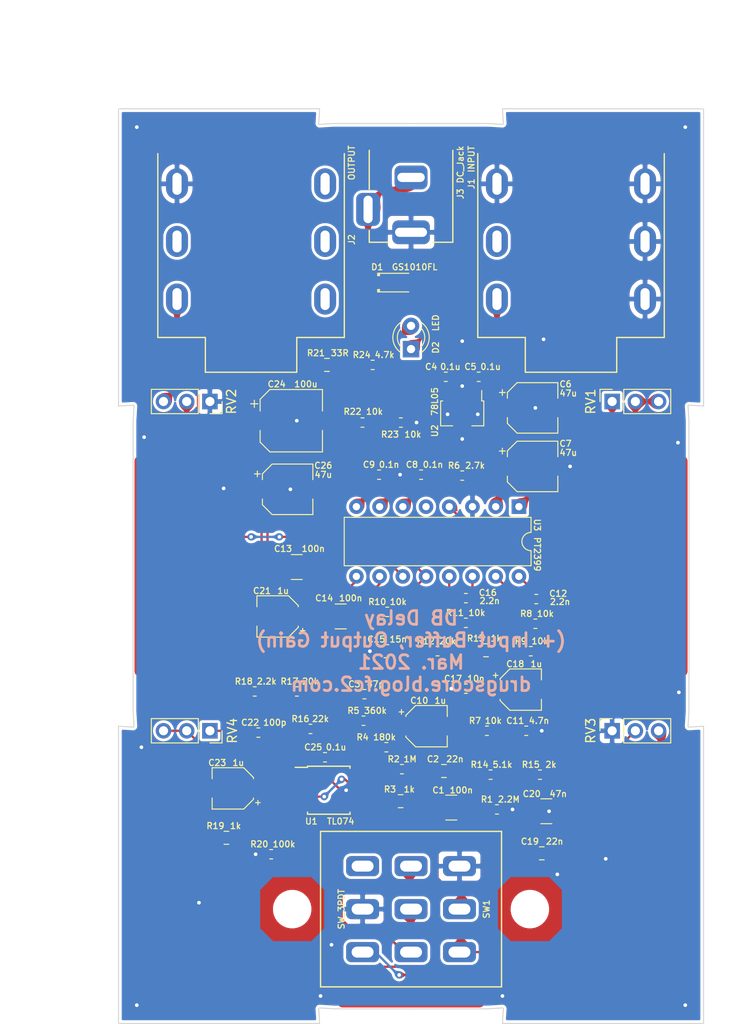
<source format=kicad_pcb>
(kicad_pcb (version 20171130) (host pcbnew "(5.1.6)-1")
  (layers (0 F.Cu signal) (31 B.Cu signal) (34 B.Paste user) (35 F.Paste user) (36 B.SilkS user) (37 F.SilkS user) (38 B.Mask user) (39 F.Mask user) (44 Edge.Cuts user))
  (net 0 "")
  (net 1 "Net-(C1-Pad1)")
  (net 2 "Net-(C1-Pad2)")
  (net 3 "Net-(C2-Pad1)")
  (net 4 "Net-(C2-Pad2)")
  (net 5 "Net-(C10-Pad1)")
  (net 6 "Net-(C3-Pad2)")
  (net 7 VCC)
  (net 8 GND)
  (net 9 "Net-(C5-Pad1)")
  (net 10 "Net-(C7-Pad1)")
  (net 11 "Net-(C8-Pad1)")
  (net 12 "Net-(C9-Pad1)")
  (net 13 "Net-(C10-Pad2)")
  (net 14 "Net-(C11-Pad1)")
  (net 15 "Net-(C12-Pad1)")
  (net 16 "Net-(C12-Pad2)")
  (net 17 "Net-(C13-Pad2)")
  (net 18 "Net-(C13-Pad1)")
  (net 19 "Net-(C14-Pad1)")
  (net 20 "Net-(C14-Pad2)")
  (net 21 "Net-(C15-Pad1)")
  (net 22 "Net-(C16-Pad1)")
  (net 23 "Net-(C16-Pad2)")
  (net 24 "Net-(C17-Pad1)")
  (net 25 "Net-(C18-Pad2)")
  (net 26 "Net-(C19-Pad2)")
  (net 27 "Net-(C19-Pad1)")
  (net 28 "Net-(C20-Pad1)")
  (net 29 "Net-(C21-Pad2)")
  (net 30 "Net-(C21-Pad1)")
  (net 31 "Net-(C22-Pad2)")
  (net 32 "Net-(C22-Pad1)")
  (net 33 "Net-(C23-Pad2)")
  (net 34 /BIAS)
  (net 35 "Net-(D2-Pad1)")
  (net 36 "Net-(D2-Pad2)")
  (net 37 "Net-(J1-PadT)")
  (net 38 "Net-(J1-PadR)")
  (net 39 "Net-(J2-PadSN)")
  (net 40 "Net-(J2-PadRN)")
  (net 41 "Net-(J2-PadR)")
  (net 42 "Net-(J2-PadT)")
  (net 43 "Net-(J2-PadTN)")
  (net 44 "Net-(J3-Pad2)")
  (net 45 "Net-(R3-Pad1)")
  (net 46 "Net-(R6-Pad2)")
  (net 47 "Net-(R6-Pad1)")
  (net 48 "Net-(R18-Pad1)")
  (net 49 "Net-(R19-Pad1)")
  (net 50 "Net-(RV1-Pad1)")
  (net 51 "Net-(SW1-Pad7)")
  (net 52 "Net-(U3-Pad5)")
  (net 53 "Net-(U1-Pad6)")
  (module myFoot:my_sw_3pdt (layer F.Cu) (at 0 87.5 270)
    (fp_text reference SW1 (at 0 -8.255 90) (layer F.SilkS) (effects (font (size 0.67 0.67) (thickness 0.127))))
    (fp_text value SW_3PDT (at 0 7.62 90) (layer F.SilkS) (effects (font (size 0.67 0.67) (thickness 0.127))))
    (pad 5 thru_hole roundrect (at 0 0 270) (size 2.2 3.6) (drill oval 1.2 2.4) (layers *.Cu *.Mask) (net 42 "Net-(J2-PadT)"))
    (pad 4 thru_hole roundrect (at -4.7 0 270) (size 2.2 3.6) (drill oval 1.2 2.4) (layers *.Cu *.Mask) (net 37 "Net-(J1-PadT)"))
    (pad 6 thru_hole roundrect (at 4.7 0 270) (size 2.2 3.6) (drill oval 1.2 2.4) (layers *.Cu *.Mask) (net 49 "Net-(R19-Pad1)"))
    (pad 7 thru_hole roundrect (at -4.7 5.3 270) (size 2.2 3.6) (drill oval 1.2 2.4) (layers *.Cu *.Mask) (net 51 "Net-(SW1-Pad7)"))
    (pad 8 thru_hole roundrect (at 0 5.3 270) (size 2.2 3.6) (drill oval 1.2 2.4) (layers *.Cu *.Mask) (net 8 GND))
    (pad 9 thru_hole roundrect (at 4.7 5.3 270) (size 2.2 3.6) (drill oval 1.2 2.4) (layers *.Cu *.Mask) (net 35 "Net-(D2-Pad1)"))
    (pad 1 thru_hole roundrect (at -4.7 -5.3 270) (size 2.2 3.6) (drill oval 1.2 2.4) (layers *.Cu *.Mask) (net 8 GND))
    (pad 2 thru_hole roundrect (at 0 -5.3 270) (size 2.2 3.6) (drill oval 1.2 2.4) (layers *.Cu *.Mask) (net 2 "Net-(C1-Pad2)"))
    (pad 3 thru_hole roundrect (at 4.7 -5.3 270) (size 2.2 3.6) (drill oval 1.2 2.4) (layers *.Cu *.Mask) (net 37 "Net-(J1-PadT)"))
  )
  (module Connector_PinSocket_2.54mm:PinSocket_1x03_P2.54mm_Vertical (layer F.Cu) (at -22 68 270)
    (fp_text reference RV4 (at 0 -2.45 90) (layer F.SilkS))
    (fp_text value 50kB)
    (pad 1 thru_hole rect (at 0 0 270) (size 1.7 1.7) (drill 1) (layers *.Cu *.Mask) (net 48 "Net-(R18-Pad1)"))
    (pad 2 thru_hole oval (at 0 2.54 270) (size 1.7 1.7) (drill 1) (layers *.Cu *.Mask) (net 32 "Net-(C22-Pad1)"))
    (pad 3 thru_hole oval (at 0 5.08 270) (size 1.7 1.7) (drill 1) (layers *.Cu *.Mask) (net 32 "Net-(C22-Pad1)"))
  )
  (module Capacitor_SMD:C_1210_3225Metric (layer F.Cu) (at 4.4 76.4)
    (fp_text reference C1 (at -1.4 -1.9) (layer F.SilkS) (effects (font (size 0.67 0.67) (thickness 0.127))))
    (fp_text value 100n (at 1.1 -1.9) (layer F.SilkS) (effects (font (size 0.67 0.67) (thickness 0.127))))
    (pad 2 smd roundrect (at 1.4 0) (size 1.25 2.65) (layers F.Cu F.Paste F.Mask) (roundrect_rratio 0.2) (net 2 "Net-(C1-Pad2)"))
    (pad 1 smd roundrect (at -1.4 0) (size 1.25 2.65) (layers F.Cu F.Paste F.Mask) (roundrect_rratio 0.2) (net 1 "Net-(C1-Pad1)"))
  )
  (module Capacitor_SMD:C_0805_2012Metric (layer F.Cu) (at 3.6 72.4)
    (fp_text reference C2 (at -1.2 -1.3) (layer F.SilkS) (effects (font (size 0.67 0.67) (thickness 0.127))))
    (fp_text value 22n (at 1.2 -1.3) (layer F.SilkS) (effects (font (size 0.67 0.67) (thickness 0.127))))
    (pad 2 smd roundrect (at 0.9375 0) (size 0.975 1.4) (layers F.Cu F.Paste F.Mask) (net 4 "Net-(C2-Pad2)"))
    (pad 1 smd roundrect (at -0.9375 0) (size 0.975 1.4) (layers F.Cu F.Paste F.Mask) (net 3 "Net-(C2-Pad1)"))
  )
  (module Capacitor_SMD:C_0603_1608Metric (layer F.Cu) (at -5.1 64)
    (fp_text reference C3 (at -1.1 -1.1) (layer F.SilkS) (effects (font (size 0.67 0.67) (thickness 0.127))))
    (fp_text value 47p (at 1.2 -1.1) (layer F.SilkS) (effects (font (size 0.67 0.67) (thickness 0.127))))
    (pad 2 smd roundrect (at 0.7875 0) (size 0.875 0.95) (layers F.Cu F.Paste F.Mask) (net 6 "Net-(C3-Pad2)"))
    (pad 1 smd roundrect (at -0.7875 0) (size 0.875 0.95) (layers F.Cu F.Paste F.Mask) (net 5 "Net-(C10-Pad1)"))
  )
  (module Capacitor_SMD:C_0603_1608Metric (layer F.Cu) (at 3.8 29.3)
    (fp_text reference C4 (at -1.6 -1.1) (layer F.SilkS) (effects (font (size 0.67 0.67) (thickness 0.127))))
    (fp_text value 0.1u (at 0.5 -1.1) (layer F.SilkS) (effects (font (size 0.67 0.67) (thickness 0.127))))
    (pad 2 smd roundrect (at 0.7875 0) (size 0.875 0.95) (layers F.Cu F.Paste F.Mask) (net 8 GND))
    (pad 1 smd roundrect (at -0.7875 0) (size 0.875 0.95) (layers F.Cu F.Paste F.Mask) (net 7 VCC))
  )
  (module Capacitor_SMD:C_0603_1608Metric (layer F.Cu) (at 7.4 29.3 180)
    (fp_text reference C5 (at 0.9 1.1) (layer F.SilkS) (effects (font (size 0.67 0.67) (thickness 0.127))))
    (fp_text value 0.1u (at -1.3 1.1) (layer F.SilkS) (effects (font (size 0.67 0.67) (thickness 0.127))))
    (pad 1 smd roundrect (at -0.7875 0 180) (size 0.875 0.95) (layers F.Cu F.Paste F.Mask) (net 9 "Net-(C5-Pad1)"))
    (pad 2 smd roundrect (at 0.7875 0 180) (size 0.875 0.95) (layers F.Cu F.Paste F.Mask) (net 8 GND))
  )
  (module Capacitor_SMD:CP_Elec_5x5.4 (layer F.Cu) (at 13.3 32.7)
    (fp_text reference C6 (at 3.6 -2.6) (layer F.SilkS) (effects (font (size 0.67 0.67) (thickness 0.127))))
    (fp_text value 47u (at 3.9 -1.6) (layer F.SilkS) (effects (font (size 0.67 0.67) (thickness 0.127))))
    (pad 2 smd roundrect (at 2.2 0) (size 3 1.6) (layers F.Cu F.Paste F.Mask) (roundrect_rratio 0.15625) (net 8 GND))
    (pad 1 smd roundrect (at -2.2 0) (size 3 1.6) (layers F.Cu F.Paste F.Mask) (roundrect_rratio 0.15625) (net 9 "Net-(C5-Pad1)"))
  )
  (module Capacitor_SMD:CP_Elec_5x5.4 (layer F.Cu) (at 13.3 39.1)
    (fp_text reference C7 (at 3.6 -2.5) (layer F.SilkS) (effects (font (size 0.67 0.67) (thickness 0.127))))
    (fp_text value 47u (at 3.9 -1.5) (layer F.SilkS) (effects (font (size 0.67 0.67) (thickness 0.127))))
    (pad 1 smd roundrect (at -2.2 0) (size 3 1.6) (layers F.Cu F.Paste F.Mask) (roundrect_rratio 0.15625) (net 10 "Net-(C7-Pad1)"))
    (pad 2 smd roundrect (at 2.2 0) (size 3 1.6) (layers F.Cu F.Paste F.Mask) (roundrect_rratio 0.15625) (net 8 GND))
  )
  (module Capacitor_SMD:C_0603_1608Metric (layer F.Cu) (at 1.1 40 180)
    (fp_text reference C8 (at 1 1.1) (layer F.SilkS) (effects (font (size 0.67 0.67) (thickness 0.127))))
    (fp_text value 0.1n (at -1.3 1.1) (layer F.SilkS) (effects (font (size 0.67 0.67) (thickness 0.127))))
    (pad 1 smd roundrect (at -0.7875 0 180) (size 0.875 0.95) (layers F.Cu F.Paste F.Mask) (net 11 "Net-(C8-Pad1)"))
    (pad 2 smd roundrect (at 0.7875 0 180) (size 0.875 0.95) (layers F.Cu F.Paste F.Mask) (net 8 GND))
  )
  (module Capacitor_SMD:C_0603_1608Metric (layer F.Cu) (at -3.5 40)
    (fp_text reference C9 (at -1.1 -1.1) (layer F.SilkS) (effects (font (size 0.67 0.67) (thickness 0.127))))
    (fp_text value 0.1n (at 1.1 -1.1) (layer F.SilkS) (effects (font (size 0.67 0.67) (thickness 0.127))))
    (pad 2 smd roundrect (at 0.7875 0) (size 0.875 0.95) (layers F.Cu F.Paste F.Mask) (net 8 GND))
    (pad 1 smd roundrect (at -0.7875 0) (size 0.875 0.95) (layers F.Cu F.Paste F.Mask) (net 12 "Net-(C9-Pad1)"))
  )
  (module Capacitor_SMD:CP_Elec_4x5.4 (layer F.Cu) (at 1.7 67.5)
    (fp_text reference C10 (at -0.8 -2.8) (layer F.SilkS) (effects (font (size 0.67 0.67) (thickness 0.127))))
    (fp_text value 1u (at 1.5 -2.8) (layer F.SilkS) (effects (font (size 0.67 0.67) (thickness 0.127))))
    (pad 2 smd roundrect (at 1.8 0) (size 2.6 1.6) (layers F.Cu F.Paste F.Mask) (roundrect_rratio 0.15625) (net 13 "Net-(C10-Pad2)"))
    (pad 1 smd roundrect (at -1.8 0) (size 2.6 1.6) (layers F.Cu F.Paste F.Mask) (roundrect_rratio 0.15625) (net 5 "Net-(C10-Pad1)"))
  )
  (module Capacitor_SMD:C_0603_1608Metric (layer F.Cu) (at 12.6 68)
    (fp_text reference C11 (at -1.2 -1.1) (layer F.SilkS) (effects (font (size 0.67 0.67) (thickness 0.127))))
    (fp_text value 4.7n (at 1.4 -1.1) (layer F.SilkS) (effects (font (size 0.67 0.67) (thickness 0.127))))
    (pad 2 smd roundrect (at 0.7875 0) (size 0.875 0.95) (layers F.Cu F.Paste F.Mask) (net 8 GND))
    (pad 1 smd roundrect (at -0.7875 0) (size 0.875 0.95) (layers F.Cu F.Paste F.Mask) (net 14 "Net-(C11-Pad1)"))
  )
  (module Capacitor_SMD:C_0603_1608Metric (layer F.Cu) (at 13.7 53.6)
    (fp_text reference C12 (at 2.4 -0.6) (layer F.SilkS) (effects (font (size 0.67 0.67) (thickness 0.127))))
    (fp_text value 2.2n (at 2.6 0.3) (layer F.SilkS) (effects (font (size 0.67 0.67) (thickness 0.127))))
    (pad 2 smd roundrect (at 0.7875 0) (size 0.875 0.95) (layers F.Cu F.Paste F.Mask) (net 16 "Net-(C12-Pad2)"))
    (pad 1 smd roundrect (at -0.7875 0) (size 0.875 0.95) (layers F.Cu F.Paste F.Mask) (net 15 "Net-(C12-Pad1)"))
  )
  (module Capacitor_SMD:C_0805_2012Metric (layer F.Cu) (at -2.7 59.3 180)
    (fp_text reference C15 (at 1.1 1.3) (layer F.SilkS) (effects (font (size 0.67 0.67) (thickness 0.127))))
    (fp_text value 15n (at -1.3 1.3) (layer F.SilkS) (effects (font (size 0.67 0.67) (thickness 0.127))))
    (pad 2 smd roundrect (at 0.9375 0 180) (size 0.975 1.4) (layers F.Cu F.Paste F.Mask) (net 8 GND))
    (pad 1 smd roundrect (at -0.9375 0 180) (size 0.975 1.4) (layers F.Cu F.Paste F.Mask) (net 21 "Net-(C15-Pad1)"))
  )
  (module Capacitor_SMD:C_0603_1608Metric (layer F.Cu) (at 6 53.5 180)
    (fp_text reference C16 (at -2.4 0.6) (layer F.SilkS) (effects (font (size 0.67 0.67) (thickness 0.127))))
    (fp_text value 2.2n (at -2.6 -0.3) (layer F.SilkS) (effects (font (size 0.67 0.67) (thickness 0.127))))
    (pad 2 smd roundrect (at 0.7875 0 180) (size 0.875 0.95) (layers F.Cu F.Paste F.Mask) (net 23 "Net-(C16-Pad2)"))
    (pad 1 smd roundrect (at -0.7875 0 180) (size 0.875 0.95) (layers F.Cu F.Paste F.Mask) (net 22 "Net-(C16-Pad1)"))
  )
  (module Capacitor_SMD:C_0603_1608Metric (layer F.Cu) (at 6 63.4 180)
    (fp_text reference C17 (at 1.4 1.1) (layer F.SilkS) (effects (font (size 0.67 0.67) (thickness 0.127))))
    (fp_text value 10n (at -1.1 1.1) (layer F.SilkS) (effects (font (size 0.67 0.67) (thickness 0.127))))
    (pad 1 smd roundrect (at -0.7875 0 180) (size 0.875 0.95) (layers F.Cu F.Paste F.Mask) (net 24 "Net-(C17-Pad1)"))
    (pad 2 smd roundrect (at 0.7875 0 180) (size 0.875 0.95) (layers F.Cu F.Paste F.Mask) (net 8 GND))
  )
  (module Capacitor_SMD:CP_Elec_4x5.4 (layer F.Cu) (at 12 63.5)
    (fp_text reference C18 (at -0.6 -2.8) (layer F.SilkS) (effects (font (size 0.67 0.67) (thickness 0.127))))
    (fp_text value 1u (at 1.7 -2.8) (layer F.SilkS) (effects (font (size 0.67 0.67) (thickness 0.127))))
    (pad 2 smd roundrect (at 1.8 0) (size 2.6 1.6) (layers F.Cu F.Paste F.Mask) (roundrect_rratio 0.15625) (net 25 "Net-(C18-Pad2)"))
    (pad 1 smd roundrect (at -1.8 0) (size 2.6 1.6) (layers F.Cu F.Paste F.Mask) (roundrect_rratio 0.15625) (net 24 "Net-(C17-Pad1)"))
  )
  (module Capacitor_SMD:C_0805_2012Metric (layer F.Cu) (at 14.3 81.4 180)
    (fp_text reference C19 (at 1.3 1.3) (layer F.SilkS) (effects (font (size 0.67 0.67) (thickness 0.127))))
    (fp_text value 22n (at -1.4 1.3) (layer F.SilkS) (effects (font (size 0.67 0.67) (thickness 0.127))))
    (pad 1 smd roundrect (at -0.9375 0 180) (size 0.975 1.4) (layers F.Cu F.Paste F.Mask) (net 27 "Net-(C19-Pad1)"))
    (pad 2 smd roundrect (at 0.9375 0 180) (size 0.975 1.4) (layers F.Cu F.Paste F.Mask) (net 26 "Net-(C19-Pad2)"))
  )
  (module Capacitor_SMD:C_1210_3225Metric (layer F.Cu) (at 14.8 76.8)
    (fp_text reference C20 (at -1.6 -1.9) (layer F.SilkS) (effects (font (size 0.67 0.67) (thickness 0.127))))
    (fp_text value 47n (at 1.3 -1.9) (layer F.SilkS) (effects (font (size 0.67 0.67) (thickness 0.127))))
    (pad 1 smd roundrect (at -1.4 0) (size 1.25 2.65) (layers F.Cu F.Paste F.Mask) (roundrect_rratio 0.2) (net 28 "Net-(C20-Pad1)"))
    (pad 2 smd roundrect (at 1.4 0) (size 1.25 2.65) (layers F.Cu F.Paste F.Mask) (roundrect_rratio 0.2) (net 8 GND))
  )
  (module Capacitor_SMD:CP_Elec_4x5.4 (layer F.Cu) (at -14.6 55.5 180)
    (fp_text reference C21 (at 1.7 2.8) (layer F.SilkS) (effects (font (size 0.67 0.67) (thickness 0.127))))
    (fp_text value 1u (at -0.6 2.8) (layer F.SilkS) (effects (font (size 0.67 0.67) (thickness 0.127))))
    (pad 1 smd roundrect (at -1.8 0 180) (size 2.6 1.6) (layers F.Cu F.Paste F.Mask) (roundrect_rratio 0.15625) (net 30 "Net-(C21-Pad1)"))
    (pad 2 smd roundrect (at 1.8 0 180) (size 2.6 1.6) (layers F.Cu F.Paste F.Mask) (roundrect_rratio 0.15625) (net 29 "Net-(C21-Pad2)"))
  )
  (module Capacitor_SMD:C_0603_1608Metric (layer F.Cu) (at -16.7 68.2)
    (fp_text reference C22 (at -0.9 -1.1) (layer F.SilkS) (effects (font (size 0.67 0.67) (thickness 0.127))))
    (fp_text value 100p (at 1.8 -1.1) (layer F.SilkS) (effects (font (size 0.67 0.67) (thickness 0.127))))
    (pad 1 smd roundrect (at -0.7875 0) (size 0.875 0.95) (layers F.Cu F.Paste F.Mask) (net 32 "Net-(C22-Pad1)"))
    (pad 2 smd roundrect (at 0.7875 0) (size 0.875 0.95) (layers F.Cu F.Paste F.Mask) (net 31 "Net-(C22-Pad2)"))
  )
  (module Capacitor_SMD:CP_Elec_4x5.4 (layer F.Cu) (at -19.5 74.3 180)
    (fp_text reference C23 (at 1.7 2.8) (layer F.SilkS) (effects (font (size 0.67 0.67) (thickness 0.127))))
    (fp_text value 1u (at -0.6 2.8) (layer F.SilkS) (effects (font (size 0.67 0.67) (thickness 0.127))))
    (pad 1 smd roundrect (at -1.8 0 180) (size 2.6 1.6) (layers F.Cu F.Paste F.Mask) (roundrect_rratio 0.15625) (net 32 "Net-(C22-Pad1)"))
    (pad 2 smd roundrect (at 1.8 0 180) (size 2.6 1.6) (layers F.Cu F.Paste F.Mask) (roundrect_rratio 0.15625) (net 33 "Net-(C23-Pad2)"))
  )
  (module Capacitor_SMD:CP_Elec_6.3x5.4 (layer F.Cu) (at -13.1 34.1)
    (fp_text reference C24 (at -1.6 -4) (layer F.SilkS) (effects (font (size 0.67 0.67) (thickness 0.127))))
    (fp_text value 100u (at 1.6 -4) (layer F.SilkS) (effects (font (size 0.67 0.67) (thickness 0.127))))
    (pad 2 smd roundrect (at 2.8 0) (size 3.5 1.6) (layers F.Cu F.Paste F.Mask) (roundrect_rratio 0.15625) (net 8 GND))
    (pad 1 smd roundrect (at -2.8 0) (size 3.5 1.6) (layers F.Cu F.Paste F.Mask) (roundrect_rratio 0.15625) (net 7 VCC))
  )
  (module Capacitor_SMD:C_0603_1608Metric (layer F.Cu) (at -9.4125 70.9 180)
    (fp_text reference C25 (at 1.2875 1.1) (layer F.SilkS) (effects (font (size 0.67 0.67) (thickness 0.127))))
    (fp_text value 0.1u (at -1.2125 1.1) (layer F.SilkS) (effects (font (size 0.67 0.67) (thickness 0.127))))
    (pad 1 smd roundrect (at -0.7875 0 180) (size 0.875 0.95) (layers F.Cu F.Paste F.Mask) (net 8 GND))
    (pad 2 smd roundrect (at 0.7875 0 180) (size 0.875 0.95) (layers F.Cu F.Paste F.Mask) (net 7 VCC))
  )
  (module Capacitor_SMD:CP_Elec_5x5.4 (layer F.Cu) (at -13.5 41.6)
    (fp_text reference C26 (at 3.9 -2.6) (layer F.SilkS) (effects (font (size 0.67 0.67) (thickness 0.127))))
    (fp_text value 47u (at 3.9 -1.6) (layer F.SilkS) (effects (font (size 0.67 0.67) (thickness 0.127))))
    (pad 2 smd roundrect (at 2.2 0) (size 3 1.6) (layers F.Cu F.Paste F.Mask) (roundrect_rratio 0.15625) (net 8 GND))
    (pad 1 smd roundrect (at -2.2 0) (size 3 1.6) (layers F.Cu F.Paste F.Mask) (roundrect_rratio 0.15625) (net 34 /BIAS))
  )
  (module myFoot:my_D_GS1010FL (layer F.Cu) (at -1.9 19)
    (fp_text reference D1 (at -1.8 -1.7) (layer F.SilkS) (effects (font (size 0.67 0.67) (thickness 0.127))))
    (fp_text value GS1010FL (at 2.3 -1.7) (layer F.SilkS) (effects (font (size 0.67 0.67) (thickness 0.127))))
    (pad 2 smd roundrect (at 1.8 0) (size 1.2 1.2) (layers F.Cu F.Paste F.Mask) (net 8 GND))
    (pad 1 smd roundrect (at -1.8 0) (size 1.2 1.2) (layers F.Cu F.Paste F.Mask) (net 7 VCC))
  )
  (module LED_THT:LED_D3.0mm (layer F.Cu) (at 0 26.27 90)
    (fp_text reference D2 (at 0.17 2.7 90) (layer F.SilkS) (effects (font (size 0.67 0.67) (thickness 0.127))))
    (fp_text value LED (at 2.87 2.7 90) (layer F.SilkS) (effects (font (size 0.67 0.67) (thickness 0.127))))
    (pad 2 thru_hole circle (at 2.54 0 90) (size 1.8 1.8) (drill 0.9) (layers *.Cu *.Mask) (net 36 "Net-(D2-Pad2)"))
    (pad 1 thru_hole rect (at 0 0 90) (size 1.8 1.8) (drill 0.9) (layers *.Cu *.Mask) (net 35 "Net-(D2-Pad1)"))
  )
  (module myFoot:my_Phone_Jack_Daier (layer F.Cu) (at 17.5 2.6 270)
    (fp_text reference J1 (at 5.6 10.9 90) (layer F.SilkS) (effects (font (size 0.67 0.67) (thickness 0.127))))
    (fp_text value INPUT (at 2.9 10.9 90) (layer F.SilkS) (effects (font (size 0.67 0.67) (thickness 0.127))))
    (pad SN thru_hole oval (at 5.6 -8.1 270) (size 3.4 2.4) (drill oval 2.4 1) (layers *.Cu *.Mask) (net 8 GND))
    (pad RN thru_hole oval (at 11.9 -8.1 270) (size 3.4 2.4) (drill oval 2.4 1) (layers *.Cu *.Mask) (net 8 GND))
    (pad S thru_hole oval (at 5.6 8.1 270) (size 3.4 2.4) (drill oval 2.4 1) (layers *.Cu *.Mask) (net 8 GND))
    (pad R thru_hole oval (at 11.9 8.1 270) (size 3.4 2.4) (drill oval 2.4 1) (layers *.Cu *.Mask) (net 38 "Net-(J1-PadR)"))
    (pad T thru_hole oval (at 18.2 8.1 270) (size 3.4 2.4) (drill oval 2.4 1) (layers *.Cu *.Mask) (net 37 "Net-(J1-PadT)"))
    (pad TN thru_hole oval (at 18.2 -8.1 270) (size 3.4 2.4) (drill oval 2.4 1) (layers *.Cu *.Mask) (net 8 GND))
  )
  (module myFoot:my_Phone_Jack_Daier (layer F.Cu) (at -17.5 2.6 270)
    (fp_text reference J2 (at 11.7 -11 90) (layer F.SilkS) (effects (font (size 0.67 0.67) (thickness 0.127))))
    (fp_text value OUTPUT (at 3.3 -11 90) (layer F.SilkS) (effects (font (size 0.67 0.67) (thickness 0.127))))
    (pad TN thru_hole oval (at 18.2 -8.1 270) (size 3.4 2.4) (drill oval 2.4 1) (layers *.Cu *.Mask) (net 43 "Net-(J2-PadTN)"))
    (pad T thru_hole oval (at 18.2 8.1 270) (size 3.4 2.4) (drill oval 2.4 1) (layers *.Cu *.Mask) (net 42 "Net-(J2-PadT)"))
    (pad R thru_hole oval (at 11.9 8.1 270) (size 3.4 2.4) (drill oval 2.4 1) (layers *.Cu *.Mask) (net 41 "Net-(J2-PadR)"))
    (pad S thru_hole oval (at 5.6 8.1 270) (size 3.4 2.4) (drill oval 2.4 1) (layers *.Cu *.Mask) (net 8 GND))
    (pad RN thru_hole oval (at 11.9 -8.1 270) (size 3.4 2.4) (drill oval 2.4 1) (layers *.Cu *.Mask) (net 40 "Net-(J2-PadRN)"))
    (pad SN thru_hole oval (at 5.6 -8.1 270) (size 3.4 2.4) (drill oval 2.4 1) (layers *.Cu *.Mask) (net 39 "Net-(J2-PadSN)"))
  )
  (module myFoot:my_DC_Jack (layer F.Cu) (at 0 0 270)
    (fp_text reference J3 (at 9.3 -5.4 90) (layer F.SilkS) (effects (font (size 0.67 0.67) (thickness 0.127))))
    (fp_text value DC_Jack (at 6.1 -5.4 90) (layer F.SilkS) (effects (font (size 0.67 0.67) (thickness 0.127))))
    (pad 3 thru_hole roundrect (at 11 4.7 270) (size 3.6 2.6) (drill oval 3 1) (layers *.Cu *.Mask) (net 44 "Net-(J3-Pad2)"))
    (pad 2 thru_hole roundrect (at 7.5 0 270) (size 2.6 3.6) (drill oval 1 3) (layers *.Cu *.Mask) (net 44 "Net-(J3-Pad2)"))
    (pad 1 thru_hole roundrect (at 13.5 0 270) (size 2.6 4.1) (drill oval 1 3.5) (layers *.Cu *.Mask) (net 8 GND))
  )
  (module Resistor_SMD:R_0603_1608Metric (layer F.Cu) (at 9.4 76.6)
    (fp_text reference R1 (at -1.1 -1.1) (layer F.SilkS) (effects (font (size 0.67 0.67) (thickness 0.127))))
    (fp_text value 2.2M (at 1.3 -1.1) (layer F.SilkS) (effects (font (size 0.67 0.67) (thickness 0.127))))
    (pad 1 smd roundrect (at -0.7875 0) (size 0.875 0.95) (layers F.Cu F.Paste F.Mask) (net 2 "Net-(C1-Pad2)"))
    (pad 2 smd roundrect (at 0.7875 0) (size 0.875 0.95) (layers F.Cu F.Paste F.Mask) (net 8 GND))
  )
  (module Resistor_SMD:R_0603_1608Metric (layer F.Cu) (at -1 72.2 180)
    (fp_text reference R2 (at 0.9 1.1) (layer F.SilkS) (effects (font (size 0.67 0.67) (thickness 0.127))))
    (fp_text value 1M (at -0.9 1.1) (layer F.SilkS) (effects (font (size 0.67 0.67) (thickness 0.127))))
    (pad 1 smd roundrect (at -0.7875 0 180) (size 0.875 0.95) (layers F.Cu F.Paste F.Mask) (net 1 "Net-(C1-Pad1)"))
    (pad 2 smd roundrect (at 0.7875 0 180) (size 0.875 0.95) (layers F.Cu F.Paste F.Mask) (net 34 /BIAS))
  )
  (module Resistor_SMD:R_0805_2012Metric (layer F.Cu) (at -1.1375 75.7)
    (fp_text reference R3 (at -1.1625 -1.3) (layer F.SilkS) (effects (font (size 0.67 0.67) (thickness 0.127))))
    (fp_text value 1k (at 0.9375 -1.3) (layer F.SilkS) (effects (font (size 0.67 0.67) (thickness 0.127))))
    (pad 2 smd roundrect (at 0.9375 0) (size 0.975 1.4) (layers F.Cu F.Paste F.Mask) (net 1 "Net-(C1-Pad1)"))
    (pad 1 smd roundrect (at -0.9375 0) (size 0.975 1.4) (layers F.Cu F.Paste F.Mask) (net 45 "Net-(R3-Pad1)"))
  )
  (module Resistor_SMD:R_0603_1608Metric (layer F.Cu) (at -2.7 69.8)
    (fp_text reference R4 (at -2.6 -1.1) (layer F.SilkS) (effects (font (size 0.67 0.67) (thickness 0.127))))
    (fp_text value 180k (at -0.2 -1.1) (layer F.SilkS) (effects (font (size 0.67 0.67) (thickness 0.127))))
    (pad 2 smd roundrect (at 0.7875 0) (size 0.875 0.95) (layers F.Cu F.Paste F.Mask) (net 3 "Net-(C2-Pad1)"))
    (pad 1 smd roundrect (at -0.7875 0) (size 0.875 0.95) (layers F.Cu F.Paste F.Mask) (net 6 "Net-(C3-Pad2)"))
  )
  (module Resistor_SMD:R_0603_1608Metric (layer F.Cu) (at -5.2 66.9)
    (fp_text reference R5 (at -1.1 -1.1) (layer F.SilkS) (effects (font (size 0.67 0.67) (thickness 0.127))))
    (fp_text value 360k (at 1.3 -1.1) (layer F.SilkS) (effects (font (size 0.67 0.67) (thickness 0.127))))
    (pad 1 smd roundrect (at -0.7875 0) (size 0.875 0.95) (layers F.Cu F.Paste F.Mask) (net 5 "Net-(C10-Pad1)"))
    (pad 2 smd roundrect (at 0.7875 0) (size 0.875 0.95) (layers F.Cu F.Paste F.Mask) (net 6 "Net-(C3-Pad2)"))
  )
  (module Resistor_SMD:R_0603_1608Metric (layer F.Cu) (at 5.6 40.1)
    (fp_text reference R6 (at -0.9 -1.1) (layer F.SilkS) (effects (font (size 0.67 0.67) (thickness 0.127))))
    (fp_text value 2.7k (at 1.4 -1.1) (layer F.SilkS) (effects (font (size 0.67 0.67) (thickness 0.127))))
    (pad 1 smd roundrect (at -0.7875 0) (size 0.875 0.95) (layers F.Cu F.Paste F.Mask) (net 47 "Net-(R6-Pad1)"))
    (pad 2 smd roundrect (at 0.7875 0) (size 0.875 0.95) (layers F.Cu F.Paste F.Mask) (net 46 "Net-(R6-Pad2)"))
  )
  (module Resistor_SMD:R_0603_1608Metric (layer F.Cu) (at 8.3 68 180)
    (fp_text reference R7 (at 1.3 1.1) (layer F.SilkS) (effects (font (size 0.67 0.67) (thickness 0.127))))
    (fp_text value 10k (at -0.7 1.1) (layer F.SilkS) (effects (font (size 0.67 0.67) (thickness 0.127))))
    (pad 1 smd roundrect (at -0.7875 0 180) (size 0.875 0.95) (layers F.Cu F.Paste F.Mask) (net 14 "Net-(C11-Pad1)"))
    (pad 2 smd roundrect (at 0.7875 0 180) (size 0.875 0.95) (layers F.Cu F.Paste F.Mask) (net 13 "Net-(C10-Pad2)"))
  )
  (module Resistor_SMD:R_0603_1608Metric (layer F.Cu) (at 13.6 56.3)
    (fp_text reference R8 (at -1 -1.1) (layer F.SilkS) (effects (font (size 0.67 0.67) (thickness 0.127))))
    (fp_text value 10k (at 1.1 -1.1) (layer F.SilkS) (effects (font (size 0.67 0.67) (thickness 0.127))))
    (pad 1 smd roundrect (at -0.7875 0) (size 0.875 0.95) (layers F.Cu F.Paste F.Mask) (net 16 "Net-(C12-Pad2)"))
    (pad 2 smd roundrect (at 0.7875 0) (size 0.875 0.95) (layers F.Cu F.Paste F.Mask) (net 14 "Net-(C11-Pad1)"))
  )
  (module Resistor_SMD:R_0603_1608Metric (layer F.Cu) (at 13.1 59.3)
    (fp_text reference R9 (at -1.1 -1.1) (layer F.SilkS) (effects (font (size 0.67 0.67) (thickness 0.127))))
    (fp_text value 10k (at 1 -1.1) (layer F.SilkS) (effects (font (size 0.67 0.67) (thickness 0.127))))
    (pad 2 smd roundrect (at 0.7875 0) (size 0.875 0.95) (layers F.Cu F.Paste F.Mask) (net 14 "Net-(C11-Pad1)"))
    (pad 1 smd roundrect (at -0.7875 0) (size 0.875 0.95) (layers F.Cu F.Paste F.Mask) (net 15 "Net-(C12-Pad1)"))
  )
  (module Resistor_SMD:R_0603_1608Metric (layer F.Cu) (at -2.6 55 180)
    (fp_text reference R10 (at 1.1 1.1) (layer F.SilkS) (effects (font (size 0.67 0.67) (thickness 0.127))))
    (fp_text value 10k (at -1.2 1.1) (layer F.SilkS) (effects (font (size 0.67 0.67) (thickness 0.127))))
    (pad 2 smd roundrect (at 0.7875 0 180) (size 0.875 0.95) (layers F.Cu F.Paste F.Mask) (net 18 "Net-(C13-Pad1)"))
    (pad 1 smd roundrect (at -0.7875 0 180) (size 0.875 0.95) (layers F.Cu F.Paste F.Mask) (net 21 "Net-(C15-Pad1)"))
  )
  (module Resistor_SMD:R_0603_1608Metric (layer F.Cu) (at 6 56.2)
    (fp_text reference R11 (at -1.2 -1.1) (layer F.SilkS) (effects (font (size 0.67 0.67) (thickness 0.127))))
    (fp_text value 10k (at 1.2 -1.1) (layer F.SilkS) (effects (font (size 0.67 0.67) (thickness 0.127))))
    (pad 1 smd roundrect (at -0.7875 0) (size 0.875 0.95) (layers F.Cu F.Paste F.Mask) (net 23 "Net-(C16-Pad2)"))
    (pad 2 smd roundrect (at 0.7875 0) (size 0.875 0.95) (layers F.Cu F.Paste F.Mask) (net 21 "Net-(C15-Pad1)"))
  )
  (module Resistor_SMD:R_0603_1608Metric (layer F.Cu) (at 2.9 59.3 180)
    (fp_text reference R12 (at 1.3 1.1) (layer F.SilkS) (effects (font (size 0.67 0.67) (thickness 0.127))))
    (fp_text value 20k (at -1.1 1.1) (layer F.SilkS) (effects (font (size 0.67 0.67) (thickness 0.127))))
    (pad 2 smd roundrect (at 0.7875 0 180) (size 0.875 0.95) (layers F.Cu F.Paste F.Mask) (net 21 "Net-(C15-Pad1)"))
    (pad 1 smd roundrect (at -0.7875 0 180) (size 0.875 0.95) (layers F.Cu F.Paste F.Mask) (net 22 "Net-(C16-Pad1)"))
  )
  (module Resistor_SMD:R_0805_2012Metric (layer F.Cu) (at 8.2 59.2 180)
    (fp_text reference R13 (at 1.1 1.3) (layer F.SilkS) (effects (font (size 0.67 0.67) (thickness 0.127))))
    (fp_text value 1k (at -1.1 1.3) (layer F.SilkS) (effects (font (size 0.67 0.67) (thickness 0.127))))
    (pad 1 smd roundrect (at -0.9375 0 180) (size 0.975 1.4) (layers F.Cu F.Paste F.Mask) (net 24 "Net-(C17-Pad1)"))
    (pad 2 smd roundrect (at 0.9375 0 180) (size 0.975 1.4) (layers F.Cu F.Paste F.Mask) (net 22 "Net-(C16-Pad1)"))
  )
  (module Resistor_SMD:R_0603_1608Metric (layer F.Cu) (at 8.7 72.8 180)
    (fp_text reference R14 (at 1.2 1.1) (layer F.SilkS) (effects (font (size 0.67 0.67) (thickness 0.127))))
    (fp_text value 5.1k (at -1.3 1.1) (layer F.SilkS) (effects (font (size 0.67 0.67) (thickness 0.127))))
    (pad 2 smd roundrect (at 0.7875 0 180) (size 0.875 0.95) (layers F.Cu F.Paste F.Mask) (net 14 "Net-(C11-Pad1)"))
    (pad 1 smd roundrect (at -0.7875 0 180) (size 0.875 0.95) (layers F.Cu F.Paste F.Mask) (net 26 "Net-(C19-Pad2)"))
  )
  (module Resistor_SMD:R_0603_1608Metric (layer F.Cu) (at 14.1 72.8)
    (fp_text reference R15 (at -1 -1.1) (layer F.SilkS) (effects (font (size 0.67 0.67) (thickness 0.127))))
    (fp_text value 2k (at 1.2 -1.1) (layer F.SilkS) (effects (font (size 0.67 0.67) (thickness 0.127))))
    (pad 2 smd roundrect (at 0.7875 0) (size 0.875 0.95) (layers F.Cu F.Paste F.Mask) (net 25 "Net-(C18-Pad2)"))
    (pad 1 smd roundrect (at -0.7875 0) (size 0.875 0.95) (layers F.Cu F.Paste F.Mask) (net 28 "Net-(C20-Pad1)"))
  )
  (module Resistor_SMD:R_0603_1608Metric (layer F.Cu) (at -11 67.8)
    (fp_text reference R16 (at -1.1 -1.1) (layer F.SilkS) (effects (font (size 0.67 0.67) (thickness 0.127))))
    (fp_text value 22k (at 1.1 -1.1) (layer F.SilkS) (effects (font (size 0.67 0.67) (thickness 0.127))))
    (pad 1 smd roundrect (at -0.7875 0) (size 0.875 0.95) (layers F.Cu F.Paste F.Mask) (net 31 "Net-(C22-Pad2)"))
    (pad 2 smd roundrect (at 0.7875 0) (size 0.875 0.95) (layers F.Cu F.Paste F.Mask) (net 5 "Net-(C10-Pad1)"))
  )
  (module Resistor_SMD:R_0603_1608Metric (layer F.Cu) (at -12.4875 63.7 180)
    (fp_text reference R17 (at 0.8125 1.1) (layer F.SilkS) (effects (font (size 0.67 0.67) (thickness 0.127))))
    (fp_text value 20k (at -1.4875 1.1) (layer F.SilkS) (effects (font (size 0.67 0.67) (thickness 0.127))))
    (pad 2 smd roundrect (at 0.7875 0 180) (size 0.875 0.95) (layers F.Cu F.Paste F.Mask) (net 30 "Net-(C21-Pad1)"))
    (pad 1 smd roundrect (at -0.7875 0 180) (size 0.875 0.95) (layers F.Cu F.Paste F.Mask) (net 31 "Net-(C22-Pad2)"))
  )
  (module Resistor_SMD:R_0603_1608Metric (layer F.Cu) (at -17.1 63.7)
    (fp_text reference R18 (at -1.2 -1.1) (layer F.SilkS) (effects (font (size 0.67 0.67) (thickness 0.127))))
    (fp_text value 2.2k (at 1.3 -1.1) (layer F.SilkS) (effects (font (size 0.67 0.67) (thickness 0.127))))
    (pad 1 smd roundrect (at -0.7875 0) (size 0.875 0.95) (layers F.Cu F.Paste F.Mask) (net 48 "Net-(R18-Pad1)"))
    (pad 2 smd roundrect (at 0.7875 0) (size 0.875 0.95) (layers F.Cu F.Paste F.Mask) (net 31 "Net-(C22-Pad2)"))
  )
  (module Resistor_SMD:R_0805_2012Metric (layer F.Cu) (at -20.2 79.7 180)
    (fp_text reference R19 (at 1.2 1.3) (layer F.SilkS) (effects (font (size 0.67 0.67) (thickness 0.127))))
    (fp_text value 1k (at -1 1.3) (layer F.SilkS) (effects (font (size 0.67 0.67) (thickness 0.127))))
    (pad 1 smd roundrect (at -0.9375 0 180) (size 0.975 1.4) (layers F.Cu F.Paste F.Mask) (net 49 "Net-(R19-Pad1)"))
    (pad 2 smd roundrect (at 0.9375 0 180) (size 0.975 1.4) (layers F.Cu F.Paste F.Mask) (net 33 "Net-(C23-Pad2)"))
  )
  (module Resistor_SMD:R_0603_1608Metric (layer F.Cu) (at -15.3 81.5 180)
    (fp_text reference R20 (at 1.3 1.1) (layer F.SilkS) (effects (font (size 0.67 0.67) (thickness 0.127))))
    (fp_text value 100k (at -1.4 1.1) (layer F.SilkS) (effects (font (size 0.67 0.67) (thickness 0.127))))
    (pad 1 smd roundrect (at -0.7875 0 180) (size 0.875 0.95) (layers F.Cu F.Paste F.Mask) (net 49 "Net-(R19-Pad1)"))
    (pad 2 smd roundrect (at 0.7875 0 180) (size 0.875 0.95) (layers F.Cu F.Paste F.Mask) (net 8 GND))
  )
  (module Resistor_SMD:R_0805_2012Metric (layer F.Cu) (at -9.2 28 180)
    (fp_text reference R21 (at 1.2 1.3) (layer F.SilkS) (effects (font (size 0.67 0.67) (thickness 0.127))))
    (fp_text value 33R (at -1.4 1.3) (layer F.SilkS) (effects (font (size 0.67 0.67) (thickness 0.127))))
    (pad 2 smd roundrect (at 0.9375 0 180) (size 0.975 1.4) (layers F.Cu F.Paste F.Mask) (net 44 "Net-(J3-Pad2)"))
    (pad 1 smd roundrect (at -0.9375 0 180) (size 0.975 1.4) (layers F.Cu F.Paste F.Mask) (net 7 VCC))
  )
  (module Resistor_SMD:R_0603_1608Metric (layer F.Cu) (at -5.3125 34.3 180)
    (fp_text reference R22 (at 1.0875 1.2) (layer F.SilkS) (effects (font (size 0.67 0.67) (thickness 0.127))))
    (fp_text value 10k (at -1.3125 1.2) (layer F.SilkS) (effects (font (size 0.67 0.67) (thickness 0.127))))
    (pad 2 smd roundrect (at 0.7875 0 180) (size 0.875 0.95) (layers F.Cu F.Paste F.Mask) (net 7 VCC))
    (pad 1 smd roundrect (at -0.7875 0 180) (size 0.875 0.95) (layers F.Cu F.Paste F.Mask) (net 34 /BIAS))
  )
  (module Resistor_SMD:R_0603_1608Metric (layer F.Cu) (at -1.1125 34.3)
    (fp_text reference R23 (at -1.1875 1.3) (layer F.SilkS) (effects (font (size 0.67 0.67) (thickness 0.127))))
    (fp_text value 10k (at 1.3125 1.3) (layer F.SilkS) (effects (font (size 0.67 0.67) (thickness 0.127))))
    (pad 2 smd roundrect (at 0.7875 0) (size 0.875 0.95) (layers F.Cu F.Paste F.Mask) (net 8 GND))
    (pad 1 smd roundrect (at -0.7875 0) (size 0.875 0.95) (layers F.Cu F.Paste F.Mask) (net 34 /BIAS))
  )
  (module Resistor_SMD:R_0603_1608Metric (layer F.Cu) (at -4.2 28 180)
    (fp_text reference R24 (at 1.2 1.1) (layer F.SilkS) (effects (font (size 0.67 0.67) (thickness 0.127))))
    (fp_text value 4.7k (at -1.3 1.1) (layer F.SilkS) (effects (font (size 0.67 0.67) (thickness 0.127))))
    (pad 2 smd roundrect (at 0.7875 0 180) (size 0.875 0.95) (layers F.Cu F.Paste F.Mask) (net 7 VCC))
    (pad 1 smd roundrect (at -0.7875 0 180) (size 0.875 0.95) (layers F.Cu F.Paste F.Mask) (net 36 "Net-(D2-Pad2)"))
  )
  (module myFoot:my_TSSOP-14 (layer F.Cu) (at -9 74.5)
    (fp_text reference U1 (at -1.9 3.4 unlocked) (layer F.SilkS) (effects (font (size 0.67 0.67) (thickness 0.127))))
    (fp_text value TL074 (at 1.3 3.4 unlocked) (layer F.SilkS) (effects (font (size 0.67 0.67) (thickness 0.127))))
    (pad 14 smd roundrect (at 3.15 -1.95) (size 1.65 0.45) (layers F.Cu F.Paste F.Mask) (net 5 "Net-(C10-Pad1)"))
    (pad 13 smd roundrect (at 3.15 -1.3) (size 1.65 0.45) (layers F.Cu F.Paste F.Mask) (net 6 "Net-(C3-Pad2)"))
    (pad 12 smd roundrect (at 3.15 -0.65) (size 1.65 0.45) (layers F.Cu F.Paste F.Mask) (net 34 /BIAS))
    (pad 11 smd roundrect (at 3.15 0) (size 1.65 0.45) (layers F.Cu F.Paste F.Mask) (net 8 GND))
    (pad 10 smd roundrect (at 3.15 0.65) (size 1.65 0.45) (layers F.Cu F.Paste F.Mask) (net 45 "Net-(R3-Pad1)"))
    (pad 9 smd roundrect (at 3.15 1.3) (size 1.65 0.45) (layers F.Cu F.Paste F.Mask) (net 4 "Net-(C2-Pad2)"))
    (pad 8 smd roundrect (at 3.15 1.95) (size 1.65 0.45) (layers F.Cu F.Paste F.Mask) (net 4 "Net-(C2-Pad2)"))
    (pad 7 smd roundrect (at -3.15 1.95) (size 1.65 0.45) (layers F.Cu F.Paste F.Mask) (net 53 "Net-(U1-Pad6)"))
    (pad 6 smd roundrect (at -3.15 1.3) (size 1.65 0.45) (layers F.Cu F.Paste F.Mask) (net 53 "Net-(U1-Pad6)"))
    (pad 5 smd roundrect (at -3.15 0.65) (size 1.65 0.45) (layers F.Cu F.Paste F.Mask) (net 34 /BIAS))
    (pad 4 smd roundrect (at -3.15 0) (size 1.65 0.45) (layers F.Cu F.Paste F.Mask) (net 7 VCC))
    (pad 3 smd roundrect (at -3.15 -0.65) (size 1.65 0.45) (layers F.Cu F.Paste F.Mask) (net 34 /BIAS))
    (pad 2 smd roundrect (at -3.15 -1.3) (size 1.65 0.45) (layers F.Cu F.Paste F.Mask) (net 31 "Net-(C22-Pad2)"))
    (pad 1 smd roundrect (at -3.15 -1.95) (size 1.65 0.45) (layers F.Cu F.Paste F.Mask) (net 32 "Net-(C22-Pad1)"))
  )
  (module Package_TO_SOT_SMD:SOT-89-3 (layer F.Cu) (at 5.6 33 270)
    (fp_text reference U2 (at 2.2 3 90) (layer F.SilkS) (effects (font (size 0.67 0.67) (thickness 0.127))))
    (fp_text value 78L05 (at -1 3 90) (layer F.SilkS) (effects (font (size 0.67 0.67) (thickness 0.127))))
    (pad 2 smd custom (at -1.5625 0 270) (size 1.475 0.9) (layers F.Cu F.Paste F.Mask) (net 8 GND) (options (clearance outline) (anchor rect)) (primitives (gr_poly (pts (xy 0.7375 -0.8665) (xy 3.8625 -0.8665) (xy 3.8625 0.8665) (xy 0.7375 0.8665)) (width 0))))
    (pad 3 smd rect (at -1.65 1.5 270) (size 1.3 0.9) (layers F.Cu F.Paste F.Mask) (net 7 VCC))
    (pad 1 smd rect (at -1.65 -1.5 270) (size 1.3 0.9) (layers F.Cu F.Paste F.Mask) (net 9 "Net-(C5-Pad1)"))
  )
  (module Package_DIP:DIP-16_W7.62mm (layer F.Cu) (at 11.8 43.5 270)
    (fp_text reference U3 (at 2 -2 270 unlocked) (layer F.SilkS) (effects (font (size 0.67 0.67) (thickness 0.127))))
    (fp_text value PT2399 (at 5.2 -2 270 unlocked) (layer F.SilkS) (effects (font (size 0.67 0.67) (thickness 0.127))))
    (pad 16 thru_hole oval (at 7.62 0 270) (size 1.6 1.6) (drill 0.8) (layers *.Cu *.Mask) (net 16 "Net-(C12-Pad2)"))
    (pad 8 thru_hole oval (at 0 17.78 270) (size 1.6 1.6) (drill 0.8) (layers *.Cu *.Mask) (net 12 "Net-(C9-Pad1)"))
    (pad 15 thru_hole oval (at 7.62 2.54 270) (size 1.6 1.6) (drill 0.8) (layers *.Cu *.Mask) (net 15 "Net-(C12-Pad1)"))
    (pad 7 thru_hole oval (at 0 15.24 270) (size 1.6 1.6) (drill 0.8) (layers *.Cu *.Mask) (net 11 "Net-(C8-Pad1)"))
    (pad 14 thru_hole oval (at 7.62 5.08 270) (size 1.6 1.6) (drill 0.8) (layers *.Cu *.Mask) (net 22 "Net-(C16-Pad1)"))
    (pad 6 thru_hole oval (at 0 12.7 270) (size 1.6 1.6) (drill 0.8) (layers *.Cu *.Mask) (net 47 "Net-(R6-Pad1)"))
    (pad 13 thru_hole oval (at 7.62 7.62 270) (size 1.6 1.6) (drill 0.8) (layers *.Cu *.Mask) (net 23 "Net-(C16-Pad2)"))
    (pad 5 thru_hole oval (at 0 10.16 270) (size 1.6 1.6) (drill 0.8) (layers *.Cu *.Mask) (net 52 "Net-(U3-Pad5)"))
    (pad 12 thru_hole oval (at 7.62 10.16 270) (size 1.6 1.6) (drill 0.8) (layers *.Cu *.Mask) (net 18 "Net-(C13-Pad1)"))
    (pad 4 thru_hole oval (at 0 7.62 270) (size 1.6 1.6) (drill 0.8) (layers *.Cu *.Mask) (net 50 "Net-(RV1-Pad1)"))
    (pad 11 thru_hole oval (at 7.62 12.7 270) (size 1.6 1.6) (drill 0.8) (layers *.Cu *.Mask) (net 17 "Net-(C13-Pad2)"))
    (pad 3 thru_hole oval (at 0 5.08 270) (size 1.6 1.6) (drill 0.8) (layers *.Cu *.Mask) (net 8 GND))
    (pad 10 thru_hole oval (at 7.62 15.24 270) (size 1.6 1.6) (drill 0.8) (layers *.Cu *.Mask) (net 19 "Net-(C14-Pad1)"))
    (pad 2 thru_hole oval (at 0 2.54 270) (size 1.6 1.6) (drill 0.8) (layers *.Cu *.Mask) (net 10 "Net-(C7-Pad1)"))
    (pad 9 thru_hole oval (at 7.62 17.78 270) (size 1.6 1.6) (drill 0.8) (layers *.Cu *.Mask) (net 20 "Net-(C14-Pad2)"))
    (pad 1 thru_hole rect (at 0 0 270) (size 1.6 1.6) (drill 0.8) (layers *.Cu *.Mask) (net 9 "Net-(C5-Pad1)"))
  )
  (module MountingHole:MountingHole_3.2mm_M3 (layer F.Cu) (at 13 87.5 90)
    (fp_text reference * hide)
    (fp_text value * hide)
    (pad "" np_thru_hole circle (at 0 0 90) (size 3.2 3.2) (drill 3.2) (layers *.Cu *.Mask))
  )
  (module MountingHole:MountingHole_3.2mm_M3 (layer F.Cu) (at -13 87.5 90)
    (fp_text reference * hide)
    (fp_text value * hide)
    (pad "" np_thru_hole circle (at 0 0 90) (size 3.2 3.2) (drill 3.2) (layers *.Cu *.Mask))
  )
  (module Capacitor_SMD:C_1210_3225Metric (layer F.Cu) (at -12.5 50.1)
    (fp_text reference C13 (at -1.5 -2) (layer F.SilkS) (effects (font (size 0.67 0.67) (thickness 0.127))))
    (fp_text value 100n (at 1.8 -2) (layer F.SilkS) (effects (font (size 0.67 0.67) (thickness 0.127))))
    (pad 2 smd roundrect (at 1.4 0) (size 1.25 2.65) (layers F.Cu F.Paste F.Mask) (roundrect_rratio 0.2) (net 17 "Net-(C13-Pad2)"))
    (pad 1 smd roundrect (at -1.4 0) (size 1.25 2.65) (layers F.Cu F.Paste F.Mask) (roundrect_rratio 0.2) (net 18 "Net-(C13-Pad1)"))
  )
  (module Capacitor_SMD:C_1210_3225Metric (layer F.Cu) (at -7.7 55.5 180)
    (fp_text reference C14 (at 1.8 2) (layer F.SilkS) (effects (font (size 0.67 0.67) (thickness 0.127))))
    (fp_text value 100n (at -1.1 2) (layer F.SilkS) (effects (font (size 0.67 0.67) (thickness 0.127))))
    (pad 1 smd roundrect (at -1.4 0 180) (size 1.25 2.65) (layers F.Cu F.Paste F.Mask) (roundrect_rratio 0.2) (net 19 "Net-(C14-Pad1)"))
    (pad 2 smd roundrect (at 1.4 0 180) (size 1.25 2.65) (layers F.Cu F.Paste F.Mask) (roundrect_rratio 0.2) (net 20 "Net-(C14-Pad2)"))
  )
  (module Connector_PinSocket_2.54mm:PinSocket_1x03_P2.54mm_Vertical (layer F.Cu) (at 22 32 90)
    (fp_text reference RV1 (at 0 -2.35 90) (layer F.SilkS))
    (fp_text value 50kB)
    (pad 3 thru_hole oval (at 0 5.08 90) (size 1.7 1.7) (drill 1) (layers *.Cu *.Mask) (net 46 "Net-(R6-Pad2)"))
    (pad 2 thru_hole oval (at 0 2.54 90) (size 1.7 1.7) (drill 1) (layers *.Cu *.Mask) (net 46 "Net-(R6-Pad2)"))
    (pad 1 thru_hole rect (at 0 0 90) (size 1.7 1.7) (drill 1) (layers *.Cu *.Mask) (net 50 "Net-(RV1-Pad1)"))
  )
  (module Connector_PinSocket_2.54mm:PinSocket_1x03_P2.54mm_Vertical (layer F.Cu) (at -22 32 270)
    (fp_text reference RV2 (at 0 -2.35 90) (layer F.SilkS))
    (fp_text value 50kB)
    (pad 1 thru_hole rect (at 0 0 270) (size 1.7 1.7) (drill 1) (layers *.Cu *.Mask) (net 8 GND))
    (pad 2 thru_hole oval (at 0 2.54 270) (size 1.7 1.7) (drill 1) (layers *.Cu *.Mask) (net 29 "Net-(C21-Pad2)"))
    (pad 3 thru_hole oval (at 0 5.08 270) (size 1.7 1.7) (drill 1) (layers *.Cu *.Mask) (net 25 "Net-(C18-Pad2)"))
  )
  (module Connector_PinSocket_2.54mm:PinSocket_1x03_P2.54mm_Vertical (layer F.Cu) (at 22 68 90)
    (fp_text reference RV3 (at 0 -2.35 90) (layer F.SilkS))
    (fp_text value 50kB)
    (pad 3 thru_hole oval (at 0 5.08 90) (size 1.7 1.7) (drill 1) (layers *.Cu *.Mask) (net 27 "Net-(C19-Pad1)"))
    (pad 2 thru_hole oval (at 0 2.54 90) (size 1.7 1.7) (drill 1) (layers *.Cu *.Mask) (net 28 "Net-(C20-Pad1)"))
    (pad 1 thru_hole rect (at 0 0 90) (size 1.7 1.7) (drill 1) (layers *.Cu *.Mask) (net 8 GND))
  )
  (module myFoot:my_TestPoint_2mm (layer F.Cu) (at 20 96.4 270)
    (fp_text reference * hide)
    (fp_text value t hide)
    (pad 1 smd roundrect (at 1.2 0 270) (size 2 16) (layers F.Cu F.Mask) (net 8 GND))
  )
  (module myFoot:my_TestPoint_2mm (layer F.Cu) (at -20 96.4 270)
    (fp_text reference * hide)
    (fp_text value t hide)
    (pad 1 smd roundrect (at 1.2 0 270) (size 2 16) (layers F.Cu F.Mask) (net 8 GND))
  )
  (module myFoot:my_TestPoint_2mm (layer F.Cu) (at 0 96.05 270)
    (fp_text reference * hide)
    (fp_text value t hide)
    (pad 1 smd roundrect (at 1.2 0 270) (size 2 16) (layers F.Cu F.Mask) (net 8 GND))
  )
  (module myFoot:my_TestPoint_2mm (layer F.Cu) (at -28.05 50 180)
    (fp_text reference * hide)
    (fp_text value t hide)
    (pad 1 smd roundrect (at 1.2 0 180) (size 2 24) (layers F.Cu F.Mask) (net 8 GND))
  )
  (module myFoot:my_TestPoint_2mm (layer F.Cu) (at 28.4 84 180)
    (fp_text reference * hide)
    (fp_text value t hide)
    (pad 1 smd roundrect (at -1.15 0 180) (size 2 24) (layers F.Cu F.Mask) (net 8 GND))
  )
  (module myFoot:my_TestPoint_2mm (layer F.Cu) (at -28.4 84)
    (fp_text reference * hide)
    (fp_text value t hide)
    (pad 1 smd roundrect (at -1.15 0) (size 2 24) (layers F.Cu F.Mask) (net 8 GND))
  )
  (module myFoot:my_TestPoint_2mm (layer F.Cu) (at -28.4 16)
    (fp_text reference * hide)
    (fp_text value t hide)
    (pad 1 smd roundrect (at -1.15 0) (size 2 24) (layers F.Cu F.Mask) (net 8 GND))
  )
  (module myFoot:my_TestPoint_2mm (layer F.Cu) (at 28.4 16 180)
    (fp_text reference * hide)
    (fp_text value t hide)
    (pad 1 smd roundrect (at -1.15 0 180) (size 2 24) (layers F.Cu F.Mask) (net 8 GND))
  )
  (module myFoot:my_TestPoint_2mm (layer F.Cu) (at 28.05 50)
    (fp_text reference * hide)
    (fp_text value t hide)
    (pad 1 smd roundrect (at 1.2 0) (size 2 24) (layers F.Cu F.Mask) (net 8 GND))
  )
  (gr_line (start -10 1.7) (end -8.4 1.6) (layer Edge.Cuts) (width 0.1))
  (gr_arc (start -10 1.6) (end -10.1 1.6) (angle -90) (layer Edge.Cuts) (width 0.1))
  (gr_line (start 10 0) (end 10.1 1.6) (layer Edge.Cuts) (width 0.1))
  (gr_line (start 10 1.7) (end 8.4 1.6) (layer Edge.Cuts) (width 0.1))
  (gr_arc (start 10 1.6) (end 10 1.7) (angle -90) (layer Edge.Cuts) (width 0.1))
  (gr_line (start 0 1.6) (end 8.4 1.6) (layer Edge.Cuts) (width 0.1))
  (gr_line (start -10.1 1.6) (end -10 0) (layer Edge.Cuts) (width 0.1))
  (gr_line (start 0 1.6) (end -8.4 1.6) (layer Edge.Cuts) (width 0.1))
  (gr_arc (start -31.9 99.9) (end -32 99.9) (angle -90) (layer Edge.Cuts) (width 0.1))
  (gr_arc (start -31.9 0.1) (end -31.9 0) (angle -90) (layer Edge.Cuts) (width 0.1))
  (gr_arc (start 31.9 0.1) (end 32 0.1) (angle -90) (layer Edge.Cuts) (width 0.1))
  (gr_arc (start 31.9 99.9) (end 31.9 100) (angle -90) (layer Edge.Cuts) (width 0.1))
  (gr_line (start -30.3 32.5) (end -30.4 34.1) (layer Edge.Cuts) (width 0.1))
  (gr_arc (start -30.4 32.5) (end -30.3 32.5) (angle -90) (layer Edge.Cuts) (width 0.1))
  (gr_line (start -30.3 67.5) (end -30.4 65.9) (layer Edge.Cuts) (width 0.1))
  (gr_arc (start -30.4 67.5) (end -30.4 67.6) (angle -90) (layer Edge.Cuts) (width 0.1))
  (gr_line (start 30.3 32.5) (end 30.4 34.1) (layer Edge.Cuts) (width 0.1))
  (gr_arc (start 30.4 32.5) (end 30.4 32.4) (angle -90) (layer Edge.Cuts) (width 0.1))
  (gr_line (start 30.3 67.5) (end 30.4 65.9) (layer Edge.Cuts) (width 0.1))
  (gr_arc (start 30.4 67.5) (end 30.3 67.5) (angle -90) (layer Edge.Cuts) (width 0.1))
  (gr_line (start 10.1 98.4) (end 10 100) (layer Edge.Cuts) (width 0.1))
  (gr_line (start 10 98.3) (end 8.4 98.4) (layer Edge.Cuts) (width 0.1))
  (gr_arc (start 10 98.4) (end 10.1 98.4) (angle -90) (layer Edge.Cuts) (width 0.1))
  (gr_line (start -10 98.3) (end -8.4 98.4) (layer Edge.Cuts) (width 0.1))
  (gr_arc (start -10 98.4) (end -10 98.3) (angle -90) (layer Edge.Cuts) (width 0.1))
  (gr_line (start -32 67.5) (end -32 99.9) (layer Edge.Cuts) (width 0.1))
  (gr_line (start 32 99.9) (end 32 67.5) (layer Edge.Cuts) (width 0.1))
  (gr_line (start 10 100) (end 31.9 100) (layer Edge.Cuts) (width 0.1))
  (gr_line (start 0 98.4) (end 8.4 98.4) (layer Edge.Cuts) (width 0.1))
  (gr_line (start -10.1 98.4) (end -10 100) (layer Edge.Cuts) (width 0.1))
  (gr_line (start 0 98.4) (end -8.4 98.4) (layer Edge.Cuts) (width 0.1))
  (gr_line (start -30.4 32.4) (end -32 32.5) (layer Edge.Cuts) (width 0.1))
  (gr_line (start -30.4 50) (end -30.4 34.1) (layer Edge.Cuts) (width 0.1))
  (gr_line (start -30.4 67.6) (end -32 67.5) (layer Edge.Cuts) (width 0.1))
  (gr_line (start -30.4 50) (end -30.4 65.9) (layer Edge.Cuts) (width 0.1))
  (gr_line (start 30.4 67.6) (end 32 67.5) (layer Edge.Cuts) (width 0.1))
  (gr_line (start 30.4 50) (end 30.4 65.9) (layer Edge.Cuts) (width 0.1))
  (gr_line (start 30.4 32.4) (end 32 32.5) (layer Edge.Cuts) (width 0.1))
  (gr_line (start 30.4 50) (end 30.4 34.1) (layer Edge.Cuts) (width 0.1))
  (gr_line (start -10 100) (end -31.9 100) (layer Edge.Cuts) (width 0.1))
  (gr_line (start -32 0.1) (end -32 32.5) (layer Edge.Cuts) (width 0.1))
  (gr_line (start 32 0.1) (end 32 32.5) (layer Edge.Cuts) (width 0.1))
  (gr_line (start -10 0) (end -31.9 0) (layer Edge.Cuts) (width 0.1))
  (gr_line (start 10 0) (end 31.9 0) (layer Edge.Cuts) (width 0.1))
  (gr_text "DB Delay\n(+ Input Buffer, Output Gain)\nMar. 2021\ndrugscore.blog.fc2.com" (at 0 59.3) (layer B.SilkS) (effects (font (size 1.5 1.5) (thickness 0.3)) (justify mirror)))
  (segment (start -0.2125 75.6875) (end -0.2 75.7) (width 0.25) (layer F.Cu) (net 1))
  (segment (start -0.2125 72.2) (end -0.2125 75.6875) (width 0.25) (layer F.Cu) (net 1))
  (segment (start -0.2 75.7) (end 0.6 75.7) (width 0.25) (layer F.Cu) (net 1))
  (segment (start 0.6 75.7) (end 1.3 76.4) (width 0.25) (layer F.Cu) (net 1))
  (segment (start 3 76.4) (end 1.3 76.4) (width 0.25) (layer F.Cu) (net 1))
  (segment (start 6 76.6) (end 5.8 76.4) (width 0.25) (layer F.Cu) (net 2))
  (segment (start 8.6125 76.6) (end 6 76.6) (width 0.25) (layer F.Cu) (net 2))
  (segment (start 5.8 77.1) (end 5.8 76.4) (width 0.25) (layer F.Cu) (net 2))
  (segment (start 2.9 80) (end 5.8 77.1) (width 0.25) (layer F.Cu) (net 2))
  (segment (start 2.9 84.1) (end 2.9 80) (width 0.25) (layer F.Cu) (net 2))
  (segment (start 4.65 85.05) (end 3.85 85.05) (width 0.25) (layer F.Cu) (net 2))
  (segment (start 5.3 85.7) (end 4.65 85.05) (width 0.25) (layer F.Cu) (net 2))
  (segment (start 3.85 85.05) (end 2.9 84.1) (width 0.25) (layer F.Cu) (net 2))
  (segment (start 5.3 87.5) (end 5.3 85.7) (width 0.25) (layer F.Cu) (net 2))
  (segment (start 0.0625 69.8) (end 2.6625 72.4) (width 0.25) (layer F.Cu) (net 3))
  (segment (start -1.9125 69.8) (end 0.0625 69.8) (width 0.25) (layer F.Cu) (net 3))
  (segment (start -5.85 75.8) (end -4.7 75.8) (width 0.25) (layer F.Cu) (net 4))
  (segment (start -4.7 75.8) (end -4.3 76.2) (width 0.25) (layer F.Cu) (net 4))
  (segment (start -4.3 76.2) (end -4.3 76.3) (width 0.25) (layer F.Cu) (net 4))
  (segment (start -4.45 76.45) (end -5.85 76.45) (width 0.25) (layer F.Cu) (net 4))
  (segment (start -4.3 76.3) (end -4.45 76.45) (width 0.25) (layer F.Cu) (net 4))
  (segment (start 4.5375 77.5625) (end 4.5375 72.4) (width 0.25) (layer F.Cu) (net 4))
  (segment (start 3.8 78.3) (end 4.5375 77.5625) (width 0.25) (layer F.Cu) (net 4))
  (segment (start -4.45 76.45) (end -4.45 76.75) (width 0.25) (layer F.Cu) (net 4))
  (segment (start -2.9 78.3) (end 3.8 78.3) (width 0.25) (layer F.Cu) (net 4))
  (segment (start -4.45 76.75) (end -2.9 78.3) (width 0.25) (layer F.Cu) (net 4))
  (segment (start -5.85 67.0375) (end -5.9875 66.9) (width 0.25) (layer F.Cu) (net 5))
  (segment (start -5.85 72.55) (end -5.85 67.0375) (width 0.25) (layer F.Cu) (net 5))
  (segment (start -5.8875 66.8) (end -5.9875 66.9) (width 0.25) (layer F.Cu) (net 5))
  (segment (start -5.8875 64) (end -5.8875 66.8) (width 0.25) (layer F.Cu) (net 5))
  (segment (start -0.1 67.5) (end -0.1 66) (width 0.25) (layer F.Cu) (net 5))
  (segment (start -0.1 66) (end -3.3 62.8) (width 0.25) (layer F.Cu) (net 5))
  (segment (start -4.6875 62.8) (end -5.8875 64) (width 0.25) (layer F.Cu) (net 5))
  (segment (start -3.3 62.8) (end -4.6875 62.8) (width 0.25) (layer F.Cu) (net 5))
  (segment (start -10.2125 67.8) (end -9.4 67.8) (width 0.25) (layer F.Cu) (net 5))
  (segment (start -8.5 66.9) (end -5.9875 66.9) (width 0.25) (layer F.Cu) (net 5))
  (segment (start -9.4 67.8) (end -8.5 66.9) (width 0.25) (layer F.Cu) (net 5))
  (segment (start -3.4875 69.8) (end -3.4875 72.2875) (width 0.25) (layer F.Cu) (net 6))
  (segment (start -4.4 73.2) (end -5.85 73.2) (width 0.25) (layer F.Cu) (net 6))
  (segment (start -3.4875 72.2875) (end -4.4 73.2) (width 0.25) (layer F.Cu) (net 6))
  (segment (start -4.3125 66.8) (end -4.4125 66.9) (width 0.25) (layer F.Cu) (net 6))
  (segment (start -4.3125 64) (end -4.3125 66.8) (width 0.25) (layer F.Cu) (net 6))
  (segment (start -3.4875 67.825) (end -4.4125 66.9) (width 0.25) (layer F.Cu) (net 6))
  (segment (start -3.4875 69.8) (end -3.4875 67.825) (width 0.25) (layer F.Cu) (net 6))
  (segment (start 4.1 30.3875) (end 3.0125 29.3) (width 0.5) (layer F.Cu) (net 7))
  (segment (start 4.1 31.35) (end 4.1 30.3875) (width 0.5) (layer F.Cu) (net 7))
  (segment (start 3.0125 29.3) (end -4.7 29.3) (width 0.5) (layer F.Cu) (net 7))
  (segment (start -4.9875 29.0125) (end -4.9875 28) (width 0.5) (layer F.Cu) (net 7))
  (segment (start -4.7 29.3) (end -4.9875 29.0125) (width 0.5) (layer F.Cu) (net 7))
  (segment (start -3.7 19) (end -3.7 23.4) (width 0.5) (layer F.Cu) (net 7))
  (segment (start -4.9875 24.6875) (end -4.9875 28) (width 0.5) (layer F.Cu) (net 7))
  (segment (start -3.7 23.4) (end -4.9875 24.6875) (width 0.5) (layer F.Cu) (net 7))
  (segment (start -8.2625 28) (end -4.9875 28) (width 0.5) (layer F.Cu) (net 7))
  (segment (start -4.7 29.3) (end -4.7 31.9) (width 0.25) (layer F.Cu) (net 7))
  (segment (start -6.1 33.3) (end -6.1 34.3) (width 0.25) (layer F.Cu) (net 7))
  (segment (start -4.7 31.9) (end -6.1 33.3) (width 0.25) (layer F.Cu) (net 7))
  (segment (start -10.2 70.9) (end -10.2 73.7) (width 0.25) (layer F.Cu) (net 7))
  (segment (start -11 74.5) (end -12.15 74.5) (width 0.25) (layer F.Cu) (net 7))
  (segment (start -10.2 73.7) (end -11 74.5) (width 0.25) (layer F.Cu) (net 7))
  (segment (start -10.97501 66.27501) (end -10.97501 70.12499) (width 0.25) (layer F.Cu) (net 7))
  (segment (start -16.35 44.55) (end -16.35 51.85) (width 0.25) (layer F.Cu) (net 7))
  (segment (start -11.6 53.6) (end -10.9 54.3) (width 0.25) (layer F.Cu) (net 7))
  (segment (start -18.2 42.7) (end -16.35 44.55) (width 0.25) (layer F.Cu) (net 7))
  (segment (start -18.2 36.4) (end -18.2 42.7) (width 0.25) (layer F.Cu) (net 7))
  (segment (start -15.9 34.1) (end -18.2 36.4) (width 0.25) (layer F.Cu) (net 7))
  (segment (start -10.97501 70.12499) (end -10.2 70.9) (width 0.25) (layer F.Cu) (net 7))
  (segment (start -14.6 53.6) (end -11.6 53.6) (width 0.25) (layer F.Cu) (net 7))
  (segment (start -10.9 61.8) (end -10.6 62.1) (width 0.25) (layer F.Cu) (net 7))
  (segment (start -16.35 51.85) (end -14.6 53.6) (width 0.25) (layer F.Cu) (net 7))
  (segment (start -10.9 54.3) (end -10.9 61.8) (width 0.25) (layer F.Cu) (net 7))
  (segment (start -10.6 62.1) (end -10.6 65.9) (width 0.25) (layer F.Cu) (net 7))
  (segment (start -10.6 65.9) (end -10.97501 66.27501) (width 0.25) (layer F.Cu) (net 7))
  (segment (start -8.2625 29.6625) (end -8.2625 28) (width 0.5) (layer F.Cu) (net 7))
  (segment (start -10.9 32.3) (end -8.2625 29.6625) (width 0.5) (layer F.Cu) (net 7))
  (segment (start -13 32.3) (end -10.9 32.3) (width 0.5) (layer F.Cu) (net 7))
  (segment (start -14.8 34.1) (end -13 32.3) (width 0.5) (layer F.Cu) (net 7))
  (segment (start -15.9 34.1) (end -14.8 34.1) (width 0.5) (layer F.Cu) (net 7))
  (segment (start 5.6 30.3125) (end 6.6125 29.3) (width 0.5) (layer F.Cu) (net 8))
  (segment (start 5.6 31.4375) (end 5.6 30.3125) (width 0.5) (layer F.Cu) (net 8))
  (segment (start 0 18.9) (end -0.1 19) (width 0.5) (layer F.Cu) (net 8))
  (segment (start 0 13.5) (end 0 18.9) (width 0.5) (layer F.Cu) (net 8))
  (via (at -1.2 40) (size 0.8) (drill 0.4) (layers F.Cu B.Cu) (net 8))
  (segment (start -2.7125 40) (end -1.2 40) (width 0.5) (layer F.Cu) (net 8))
  (segment (start 0.3125 40) (end -1.2 40) (width 0.5) (layer F.Cu) (net 8))
  (via (at 13.6 32.7) (size 0.8) (drill 0.4) (layers F.Cu B.Cu) (net 8))
  (segment (start 15.5 32.7) (end 13.6 32.7) (width 0.5) (layer F.Cu) (net 8))
  (via (at 17.4 39.1) (size 0.8) (drill 0.4) (layers F.Cu B.Cu) (net 8))
  (segment (start 15.5 39.1) (end 17.4 39.1) (width 0.5) (layer F.Cu) (net 8))
  (via (at 5.6 30.3125) (size 0.8) (drill 0.4) (layers F.Cu B.Cu) (net 8))
  (segment (start 4.5875 29.3) (end 5.6 30.3125) (width 0.5) (layer F.Cu) (net 8))
  (via (at -7.1 74.5) (size 0.8) (drill 0.4) (layers F.Cu B.Cu) (net 8))
  (segment (start -5.85 74.5) (end -7.1 74.5) (width 0.3) (layer F.Cu) (net 8))
  (via (at -4.5 59.3) (size 0.8) (drill 0.4) (layers F.Cu B.Cu) (net 8))
  (segment (start -3.6375 59.3) (end -4.5 59.3) (width 0.5) (layer F.Cu) (net 8))
  (via (at 4.4 63.4) (size 0.8) (drill 0.4) (layers F.Cu B.Cu) (net 8))
  (segment (start 5.2125 63.4) (end 4.4 63.4) (width 0.5) (layer F.Cu) (net 8))
  (via (at 14.3 68) (size 0.8) (drill 0.4) (layers F.Cu B.Cu) (net 8))
  (segment (start 13.3875 68) (end 14.3 68) (width 0.5) (layer F.Cu) (net 8))
  (via (at 15.1 76.8) (size 0.8) (drill 0.4) (layers F.Cu B.Cu) (net 8))
  (segment (start 16.2 76.8) (end 15.1 76.8) (width 0.5) (layer F.Cu) (net 8))
  (via (at 11.1 76.6) (size 0.8) (drill 0.4) (layers F.Cu B.Cu) (net 8))
  (segment (start 10.1875 76.6) (end 11.1 76.6) (width 0.5) (layer F.Cu) (net 8))
  (via (at -17 81.5) (size 0.8) (drill 0.4) (layers F.Cu B.Cu) (net 8))
  (segment (start -16.0875 81.5) (end -17 81.5) (width 0.5) (layer F.Cu) (net 8))
  (via (at -12.5 34.1) (size 0.8) (drill 0.4) (layers F.Cu B.Cu) (net 8))
  (segment (start -10.3 34.1) (end -12.5 34.1) (width 0.5) (layer F.Cu) (net 8))
  (via (at -13.2 41.6) (size 0.8) (drill 0.4) (layers F.Cu B.Cu) (net 8))
  (segment (start -11.3 41.6) (end -13.2 41.6) (width 0.5) (layer F.Cu) (net 8))
  (via (at 0.6 34.3) (size 0.8) (drill 0.4) (layers F.Cu B.Cu) (net 8))
  (segment (start -0.325 34.3) (end 0.6 34.3) (width 0.5) (layer F.Cu) (net 8))
  (segment (start -8.625 70.9) (end -8.625 73.575) (width 0.25) (layer F.Cu) (net 8))
  (segment (start -7.7 74.5) (end -7.1 74.5) (width 0.25) (layer F.Cu) (net 8))
  (segment (start -8.625 73.575) (end -7.7 74.5) (width 0.25) (layer F.Cu) (net 8))
  (via (at 29.2 36.5) (size 0.8) (drill 0.4) (layers F.Cu B.Cu) (net 8))
  (via (at 29.3 63.8) (size 0.8) (drill 0.4) (layers F.Cu B.Cu) (net 8))
  (via (at 4 33.4) (size 0.8) (drill 0.4) (layers F.Cu B.Cu) (net 8))
  (via (at 7.3 33.4) (size 0.8) (drill 0.4) (layers F.Cu B.Cu) (net 8))
  (via (at 5.6 36.1) (size 0.8) (drill 0.4) (layers F.Cu B.Cu) (net 8))
  (via (at -20.5 41.5) (size 0.8) (drill 0.4) (layers F.Cu B.Cu) (net 8))
  (via (at 14.5 25.2) (size 0.8) (drill 0.4) (layers F.Cu B.Cu) (net 8))
  (via (at 5.6 25.4) (size 0.8) (drill 0.4) (layers F.Cu B.Cu) (net 8))
  (via (at -29.5 69.8) (size 0.8) (drill 0.4) (layers F.Cu B.Cu) (net 8))
  (via (at -29.2 35.9) (size 0.8) (drill 0.4) (layers F.Cu B.Cu) (net 8))
  (via (at -9.9 97) (size 0.8) (drill 0.4) (layers F.Cu B.Cu) (net 8))
  (via (at 10 97) (size 0.8) (drill 0.4) (layers F.Cu B.Cu) (net 8))
  (via (at 21.3 82) (size 0.8) (drill 0.4) (layers F.Cu B.Cu) (net 8))
  (via (at -23.2 86.8) (size 0.8) (drill 0.4) (layers F.Cu B.Cu) (net 8))
  (via (at -8.7 91.4) (size 0.8) (drill 0.4) (layers F.Cu B.Cu) (net 8))
  (via (at 16 83.7) (size 0.8) (drill 0.4) (layers F.Cu B.Cu) (net 8))
  (via (at -30 98) (size 0.8) (drill 0.4) (layers F.Cu B.Cu) (net 8))
  (via (at 30 98) (size 0.8) (drill 0.4) (layers F.Cu B.Cu) (net 8))
  (via (at 30 2) (size 0.8) (drill 0.4) (layers F.Cu B.Cu) (net 8))
  (via (at -30 2) (size 0.8) (drill 0.4) (layers F.Cu B.Cu) (net 8))
  (segment (start 7.1 30.3875) (end 8.1875 29.3) (width 0.5) (layer F.Cu) (net 9))
  (segment (start 7.1 31.35) (end 7.1 30.3875) (width 0.5) (layer F.Cu) (net 9))
  (segment (start 8.1875 29.3) (end 9.3 29.3) (width 0.5) (layer F.Cu) (net 9))
  (segment (start 11.1 31.1) (end 11.1 32.7) (width 0.5) (layer F.Cu) (net 9))
  (segment (start 9.3 29.3) (end 11.1 31.1) (width 0.5) (layer F.Cu) (net 9))
  (segment (start 11.1 32.7) (end 11.1 35.5) (width 0.5) (layer F.Cu) (net 9))
  (segment (start 11.1 35.5) (end 13.3 37.7) (width 0.5) (layer F.Cu) (net 9))
  (segment (start 13.3 42) (end 11.8 43.5) (width 0.5) (layer F.Cu) (net 9))
  (segment (start 13.3 37.7) (end 13.3 42) (width 0.5) (layer F.Cu) (net 9))
  (segment (start 11.1 39.1) (end 11.1 41.1) (width 0.5) (layer F.Cu) (net 10))
  (segment (start 9.26 42.94) (end 9.26 43.5) (width 0.5) (layer F.Cu) (net 10))
  (segment (start 11.1 41.1) (end 9.26 42.94) (width 0.5) (layer F.Cu) (net 10))
  (segment (start -3.44 43.5) (end -1.54 41.6) (width 0.25) (layer F.Cu) (net 11))
  (segment (start 0.2875 41.6) (end 1.8875 40) (width 0.25) (layer F.Cu) (net 11))
  (segment (start -1.54 41.6) (end 0.2875 41.6) (width 0.25) (layer F.Cu) (net 11))
  (segment (start -4.2875 41.8075) (end -5.98 43.5) (width 0.25) (layer F.Cu) (net 12))
  (segment (start -4.2875 40) (end -4.2875 41.8075) (width 0.25) (layer F.Cu) (net 12))
  (segment (start 7.0125 67.5) (end 7.5125 68) (width 0.25) (layer F.Cu) (net 13))
  (segment (start 3.5 67.5) (end 7.0125 67.5) (width 0.25) (layer F.Cu) (net 13))
  (segment (start 9.0875 68) (end 9.0875 69.9125) (width 0.25) (layer F.Cu) (net 14))
  (segment (start 7.9125 71.0875) (end 7.9125 72.8) (width 0.25) (layer F.Cu) (net 14))
  (segment (start 9.0875 69.9125) (end 7.9125 71.0875) (width 0.25) (layer F.Cu) (net 14))
  (segment (start 9.0875 68) (end 11.8125 68) (width 0.25) (layer F.Cu) (net 14))
  (segment (start 11.8125 68) (end 11.8125 65.1875) (width 0.25) (layer F.Cu) (net 14))
  (segment (start 11.8125 65.1875) (end 12 65) (width 0.25) (layer F.Cu) (net 14))
  (segment (start 12 61.1875) (end 13.8875 59.3) (width 0.25) (layer F.Cu) (net 14))
  (segment (start 12 65) (end 12 61.1875) (width 0.25) (layer F.Cu) (net 14))
  (segment (start 14.3875 58.8) (end 13.8875 59.3) (width 0.25) (layer F.Cu) (net 14))
  (segment (start 14.3875 56.3) (end 14.3875 58.8) (width 0.25) (layer F.Cu) (net 14))
  (segment (start 11.74 53.6) (end 12.9125 53.6) (width 0.25) (layer F.Cu) (net 15))
  (segment (start 9.26 51.12) (end 11.74 53.6) (width 0.25) (layer F.Cu) (net 15))
  (segment (start 11.74 58.7275) (end 12.3125 59.3) (width 0.25) (layer F.Cu) (net 15))
  (segment (start 11.74 53.6) (end 11.74 58.7275) (width 0.25) (layer F.Cu) (net 15))
  (segment (start 14.28 53.6) (end 14.4875 53.6) (width 0.25) (layer F.Cu) (net 16))
  (segment (start 11.8 51.12) (end 14.28 53.6) (width 0.25) (layer F.Cu) (net 16))
  (segment (start 14.4875 53.6) (end 14.4875 53.9125) (width 0.25) (layer F.Cu) (net 16))
  (segment (start 12.8125 55.5875) (end 12.8125 56.3) (width 0.25) (layer F.Cu) (net 16))
  (segment (start 14.4875 53.9125) (end 12.8125 55.5875) (width 0.25) (layer F.Cu) (net 16))
  (segment (start -11.1 50.1) (end -8.3 50.1) (width 0.25) (layer F.Cu) (net 17))
  (segment (start -8.3 50.1) (end -8 49.8) (width 0.25) (layer F.Cu) (net 17))
  (segment (start -2.22 49.8) (end -0.9 51.12) (width 0.25) (layer F.Cu) (net 17))
  (segment (start -8 49.8) (end -2.22 49.8) (width 0.25) (layer F.Cu) (net 17))
  (segment (start -3.3875 55) (end -3.3875 53.9875) (width 0.25) (layer F.Cu) (net 18))
  (segment (start -3.3875 53.9875) (end -2.8 53.4) (width 0.25) (layer F.Cu) (net 18))
  (segment (start -0.64 53.4) (end 1.64 51.12) (width 0.25) (layer F.Cu) (net 18))
  (segment (start -2.8 53.4) (end -0.64 53.4) (width 0.25) (layer F.Cu) (net 18))
  (segment (start -0.48 49) (end 1.64 51.12) (width 0.25) (layer F.Cu) (net 18))
  (segment (start -13.9 49.3) (end -12.5 47.9) (width 0.25) (layer F.Cu) (net 18))
  (segment (start -12.5 47.9) (end -7.8 47.9) (width 0.25) (layer F.Cu) (net 18))
  (segment (start -7.8 47.9) (end -6.7 49) (width 0.25) (layer F.Cu) (net 18))
  (segment (start -13.9 50.1) (end -13.9 49.3) (width 0.25) (layer F.Cu) (net 18))
  (segment (start -6.7 49) (end -0.48 49) (width 0.25) (layer F.Cu) (net 18))
  (segment (start -3.44 51.12) (end -3.44 51.94) (width 0.25) (layer F.Cu) (net 19))
  (segment (start -6.3 54.8) (end -6.3 55.5) (width 0.25) (layer F.Cu) (net 19))
  (segment (start -3.44 51.94) (end -6.3 54.8) (width 0.25) (layer F.Cu) (net 19))
  (segment (start -9.1 55.5) (end -9.1 54.7) (width 0.25) (layer F.Cu) (net 20))
  (segment (start -5.98 51.58) (end -5.98 51.12) (width 0.25) (layer F.Cu) (net 20))
  (segment (start -9.1 54.7) (end -5.98 51.58) (width 0.25) (layer F.Cu) (net 20))
  (segment (start 6.7875 56.2) (end 6.7875 56.3125) (width 0.25) (layer F.Cu) (net 21))
  (segment (start 6.7875 56.3125) (end 5.4 57.7) (width 0.25) (layer F.Cu) (net 21))
  (segment (start 3.7125 57.7) (end 2.1125 59.3) (width 0.25) (layer F.Cu) (net 21))
  (segment (start 5.4 57.7) (end 3.7125 57.7) (width 0.25) (layer F.Cu) (net 21))
  (segment (start -1.7625 59.3) (end 2.1125 59.3) (width 0.25) (layer F.Cu) (net 21))
  (segment (start -1.8125 59.25) (end -1.7625 59.3) (width 0.25) (layer F.Cu) (net 21))
  (segment (start -1.8125 55) (end -1.8125 59.25) (width 0.25) (layer F.Cu) (net 21))
  (segment (start 6.72 53.4325) (end 6.7875 53.5) (width 0.25) (layer F.Cu) (net 22))
  (segment (start 6.72 51.12) (end 6.72 53.4325) (width 0.25) (layer F.Cu) (net 22))
  (segment (start 6.7875 53.5) (end 6.7875 54.2875) (width 0.25) (layer F.Cu) (net 22))
  (segment (start 6.7875 54.2875) (end 8.1 55.6) (width 0.25) (layer F.Cu) (net 22))
  (segment (start 8.1 58.3625) (end 7.2625 59.2) (width 0.25) (layer F.Cu) (net 22))
  (segment (start 8.1 55.6) (end 8.1 58.3625) (width 0.25) (layer F.Cu) (net 22))
  (segment (start 7.1625 59.3) (end 7.2625 59.2) (width 0.25) (layer F.Cu) (net 22))
  (segment (start 3.6875 59.3) (end 7.1625 59.3) (width 0.25) (layer F.Cu) (net 22))
  (segment (start 4.18 52.4675) (end 5.2125 53.5) (width 0.25) (layer F.Cu) (net 23))
  (segment (start 4.18 51.12) (end 4.18 52.4675) (width 0.25) (layer F.Cu) (net 23))
  (segment (start 5.2125 53.5) (end 5.2125 56.2) (width 0.25) (layer F.Cu) (net 23))
  (segment (start 10.1 63.4) (end 10.2 63.5) (width 0.25) (layer F.Cu) (net 24))
  (segment (start 6.7875 63.4) (end 10.1 63.4) (width 0.25) (layer F.Cu) (net 24))
  (segment (start 9.1375 59.2) (end 9.9 59.9625) (width 0.25) (layer F.Cu) (net 24))
  (segment (start 9.9 63.2) (end 10.2 63.5) (width 0.25) (layer F.Cu) (net 24))
  (segment (start 9.9 59.9625) (end 9.9 63.2) (width 0.25) (layer F.Cu) (net 24))
  (segment (start 13.8 63.5) (end 15.5 65.2) (width 0.25) (layer F.Cu) (net 25))
  (segment (start 15.5 72.1875) (end 14.8875 72.8) (width 0.25) (layer F.Cu) (net 25))
  (segment (start 15.5 65.2) (end 15.5 72.1875) (width 0.25) (layer F.Cu) (net 25))
  (segment (start -17.5 46.8) (end -18.8 46.8) (width 0.25) (layer F.Cu) (net 25))
  (segment (start -18.8 46.8) (end -22.9 42.7) (width 0.25) (layer F.Cu) (net 25))
  (segment (start -14.4 46.8) (end -17.5 46.8) (width 0.25) (layer B.Cu) (net 25))
  (segment (start 15.8 51.2) (end 15.8 61.5) (width 0.25) (layer F.Cu) (net 25))
  (segment (start -0.8 46.8) (end -14.4 46.8) (width 0.25) (layer F.Cu) (net 25))
  (segment (start 15.8 61.5) (end 13.8 63.5) (width 0.25) (layer F.Cu) (net 25))
  (segment (start 14 49.4) (end 15.8 51.2) (width 0.25) (layer F.Cu) (net 25))
  (segment (start 1.8 49.4) (end 14 49.4) (width 0.25) (layer F.Cu) (net 25))
  (segment (start -0.8 46.8) (end 1.8 49.4) (width 0.25) (layer F.Cu) (net 25))
  (via (at -17.5 46.8) (size 0.8) (drill 0.4) (layers F.Cu B.Cu) (net 25))
  (via (at -14.4 46.8) (size 0.8) (drill 0.4) (layers F.Cu B.Cu) (net 25))
  (segment (start -22.9 42.7) (end -22.9 34.3) (width 0.25) (layer F.Cu) (net 25))
  (segment (start -22.9 34.3) (end -23.3 33.9) (width 0.25) (layer F.Cu) (net 25))
  (segment (start -23.3 33.9) (end -23.3 31.3) (width 0.25) (layer F.Cu) (net 25))
  (segment (start -23.3 31.3) (end -23.9 30.7) (width 0.25) (layer F.Cu) (net 25))
  (segment (start -25.78 30.7) (end -27.08 32) (width 0.25) (layer F.Cu) (net 25))
  (segment (start -23.9 30.7) (end -25.78 30.7) (width 0.25) (layer F.Cu) (net 25))
  (segment (start 9.4875 72.8) (end 9.6 72.8) (width 0.25) (layer F.Cu) (net 26))
  (segment (start 9.6 72.8) (end 12.1 75.3) (width 0.25) (layer F.Cu) (net 26))
  (segment (start 12.1 80.1375) (end 13.3625 81.4) (width 0.25) (layer F.Cu) (net 26))
  (segment (start 12.1 75.3) (end 12.1 80.1375) (width 0.25) (layer F.Cu) (net 26))
  (segment (start 27.08 69.5575) (end 27.08 68) (width 0.25) (layer F.Cu) (net 27))
  (segment (start 15.2375 81.4) (end 27.08 69.5575) (width 0.25) (layer F.Cu) (net 27))
  (segment (start 13.3125 76.7125) (end 13.4 76.8) (width 0.25) (layer F.Cu) (net 28))
  (segment (start 13.3125 72.8) (end 13.3125 74.3875) (width 0.25) (layer F.Cu) (net 28))
  (segment (start 13.3125 74.3875) (end 13.3125 76.7125) (width 0.25) (layer F.Cu) (net 28))
  (segment (start 18.1525 74.3875) (end 13.3125 74.3875) (width 0.25) (layer F.Cu) (net 28))
  (segment (start 24.54 68) (end 18.1525 74.3875) (width 0.25) (layer F.Cu) (net 28))
  (segment (start -24.54 47.36) (end -16.4 55.5) (width 0.25) (layer F.Cu) (net 29))
  (segment (start -24.54 32) (end -24.54 47.36) (width 0.25) (layer F.Cu) (net 29))
  (segment (start -13.275 55.975) (end -12.8 55.5) (width 0.25) (layer F.Cu) (net 30))
  (segment (start -13.275 63.7) (end -13.275 55.975) (width 0.25) (layer F.Cu) (net 30))
  (segment (start -11.7875 63.7875) (end -11.7 63.7) (width 0.25) (layer F.Cu) (net 31))
  (segment (start -11.7875 67.8) (end -11.7875 63.7875) (width 0.25) (layer F.Cu) (net 31))
  (segment (start -11.7875 67.8) (end -13.3 67.8) (width 0.25) (layer F.Cu) (net 31))
  (segment (start -16.3125 64.7875) (end -16.3125 63.7) (width 0.25) (layer F.Cu) (net 31))
  (segment (start -13.3 67.8) (end -16.3125 64.7875) (width 0.25) (layer F.Cu) (net 31))
  (segment (start -13.7 68.2) (end -13.3 67.8) (width 0.25) (layer F.Cu) (net 31))
  (segment (start -15.9125 68.2) (end -13.7 68.2) (width 0.25) (layer F.Cu) (net 31))
  (segment (start -11.1 73.2) (end -12.15 73.2) (width 0.25) (layer F.Cu) (net 31))
  (segment (start -10.9 73) (end -11.1 73.2) (width 0.25) (layer F.Cu) (net 31))
  (segment (start -10.9 72) (end -10.9 73) (width 0.25) (layer F.Cu) (net 31))
  (segment (start -11.7875 67.8) (end -11.7875 71.1125) (width 0.25) (layer F.Cu) (net 31))
  (segment (start -11.7875 71.1125) (end -10.9 72) (width 0.25) (layer F.Cu) (net 31))
  (segment (start -17.4875 74.0875) (end -17.7 74.3) (width 0.25) (layer F.Cu) (net 32))
  (segment (start -27.08 68) (end -24.54 68) (width 0.25) (layer F.Cu) (net 32))
  (segment (start -17.7 74.3) (end -17 74.3) (width 0.25) (layer F.Cu) (net 32))
  (segment (start -15.25 72.55) (end -12.15 72.55) (width 0.25) (layer F.Cu) (net 32))
  (segment (start -17 74.3) (end -15.25 72.55) (width 0.25) (layer F.Cu) (net 32))
  (segment (start -19.1075 69.82) (end -19.09375 69.80625) (width 0.25) (layer F.Cu) (net 32))
  (segment (start -22.72 69.82) (end -19.1075 69.82) (width 0.25) (layer F.Cu) (net 32))
  (segment (start -24.54 68) (end -22.72 69.82) (width 0.25) (layer F.Cu) (net 32))
  (segment (start -17.59375 69.80625) (end -17.4875 69.9125) (width 0.25) (layer F.Cu) (net 32))
  (segment (start -17.4875 68.2) (end -17.4875 69.9125) (width 0.25) (layer F.Cu) (net 32))
  (segment (start -19.09375 69.80625) (end -17.59375 69.80625) (width 0.25) (layer F.Cu) (net 32))
  (segment (start -17.4875 69.9125) (end -17.4875 74.0875) (width 0.25) (layer F.Cu) (net 32))
  (segment (start -21.3 79.5375) (end -21.1375 79.7) (width 0.25) (layer F.Cu) (net 33))
  (segment (start -21.3 74.3) (end -21.3 79.5375) (width 0.25) (layer F.Cu) (net 33))
  (segment (start -3.4375 73.85) (end -5.85 73.85) (width 0.25) (layer F.Cu) (net 34))
  (segment (start -1.7875 72.2) (end -3.4375 73.85) (width 0.25) (layer F.Cu) (net 34))
  (segment (start -1.9 34.3) (end -4.525 34.3) (width 0.25) (layer F.Cu) (net 34))
  (via (at -7.6 73.3) (size 0.8) (drill 0.4) (layers F.Cu B.Cu) (net 34))
  (segment (start -7.225 73.3) (end -7.6 73.3) (width 0.25) (layer F.Cu) (net 34))
  (segment (start -5.85 73.85) (end -6.675 73.85) (width 0.25) (layer F.Cu) (net 34))
  (segment (start -6.675 73.85) (end -7.225 73.3) (width 0.25) (layer F.Cu) (net 34))
  (via (at -9.5 75.2) (size 0.8) (drill 0.4) (layers F.Cu B.Cu) (net 34))
  (segment (start -7.6 73.3) (end -9.5 75.2) (width 0.25) (layer B.Cu) (net 34))
  (segment (start -12.1 75.2) (end -12.15 75.15) (width 0.25) (layer F.Cu) (net 34))
  (segment (start -9.5 75.2) (end -12.1 75.2) (width 0.25) (layer F.Cu) (net 34))
  (segment (start -12.15 73.85) (end -13.35 73.85) (width 0.25) (layer F.Cu) (net 34))
  (segment (start -13.35 73.85) (end -13.6 74.1) (width 0.25) (layer F.Cu) (net 34))
  (segment (start -13.6 74.1) (end -13.6 74.9) (width 0.25) (layer F.Cu) (net 34))
  (segment (start -13.35 75.15) (end -12.15 75.15) (width 0.25) (layer F.Cu) (net 34))
  (segment (start -13.6 74.9) (end -13.35 75.15) (width 0.25) (layer F.Cu) (net 34))
  (segment (start -2.67501 68.97501) (end -2.67501 71.31249) (width 0.25) (layer F.Cu) (net 34))
  (segment (start -1.4 68.9) (end -1.5 68.8) (width 0.25) (layer F.Cu) (net 34))
  (segment (start -2.67501 71.31249) (end -1.7875 72.2) (width 0.25) (layer F.Cu) (net 34))
  (segment (start -14.5 52.6) (end -11.6 52.6) (width 0.25) (layer F.Cu) (net 34))
  (segment (start -15.7 41.6) (end -15.7 51.4) (width 0.25) (layer F.Cu) (net 34))
  (segment (start -11.6 52.6) (end -10.35 53.85) (width 0.25) (layer F.Cu) (net 34))
  (segment (start -5.7 61.8) (end -2.2 61.8) (width 0.25) (layer F.Cu) (net 34))
  (segment (start -15.7 51.4) (end -14.5 52.6) (width 0.25) (layer F.Cu) (net 34))
  (segment (start -2.5 68.8) (end -2.67501 68.97501) (width 0.25) (layer F.Cu) (net 34))
  (segment (start -10.35 53.85) (end -10.35 57.15) (width 0.25) (layer F.Cu) (net 34))
  (segment (start -1.5 68.8) (end -2.5 68.8) (width 0.25) (layer F.Cu) (net 34))
  (segment (start 1.3 68.9) (end -1.4 68.9) (width 0.25) (layer F.Cu) (net 34))
  (segment (start -10.35 57.15) (end -5.7 61.8) (width 0.25) (layer F.Cu) (net 34))
  (segment (start -2.2 61.8) (end 1.7 65.7) (width 0.25) (layer F.Cu) (net 34))
  (segment (start 1.7 68.5) (end 1.3 68.9) (width 0.25) (layer F.Cu) (net 34))
  (segment (start 1.7 65.7) (end 1.7 68.5) (width 0.25) (layer F.Cu) (net 34))
  (segment (start -8.525 38.3) (end -4.525 34.3) (width 0.25) (layer F.Cu) (net 34))
  (segment (start -11.7 38.3) (end -8.525 38.3) (width 0.25) (layer F.Cu) (net 34))
  (segment (start -15 41.6) (end -11.7 38.3) (width 0.25) (layer F.Cu) (net 34))
  (segment (start -15.7 41.6) (end -15 41.6) (width 0.25) (layer F.Cu) (net 34))
  (segment (start -4.7 92.2) (end -3.9 92.2) (width 0.25) (layer B.Cu) (net 35))
  (via (at -1.3 94.7) (size 0.8) (drill 0.4) (layers F.Cu B.Cu) (net 35))
  (segment (start 18.5 91.7) (end 15.5 94.7) (width 0.25) (layer F.Cu) (net 35))
  (segment (start 29.1 70.5) (end 18.5 81.1) (width 0.25) (layer F.Cu) (net 35))
  (segment (start 0 26.2) (end 7.8 18.4) (width 0.25) (layer F.Cu) (net 35))
  (segment (start 29 34.8) (end 27.5 36.3) (width 0.25) (layer F.Cu) (net 35))
  (segment (start 18.5 81.1) (end 18.5 91.7) (width 0.25) (layer F.Cu) (net 35))
  (segment (start 7.8 18.4) (end 12.5 18.4) (width 0.25) (layer F.Cu) (net 35))
  (segment (start 0 26.27) (end 0 26.2) (width 0.25) (layer F.Cu) (net 35))
  (segment (start 12.5 18.4) (end 22.4 28.3) (width 0.25) (layer F.Cu) (net 35))
  (segment (start 15.5 94.7) (end -1.3 94.7) (width 0.25) (layer F.Cu) (net 35))
  (segment (start 29 29.7) (end 29 34.8) (width 0.25) (layer F.Cu) (net 35))
  (segment (start 22.4 28.3) (end 27.6 28.3) (width 0.25) (layer F.Cu) (net 35))
  (segment (start 27.6 28.3) (end 29 29.7) (width 0.25) (layer F.Cu) (net 35))
  (segment (start 27.5 36.3) (end 27.5 64.6) (width 0.25) (layer F.Cu) (net 35))
  (segment (start 27.5 64.6) (end 29.1 66.2) (width 0.25) (layer F.Cu) (net 35))
  (segment (start 29.1 66.2) (end 29.1 70.5) (width 0.25) (layer F.Cu) (net 35))
  (segment (start -1.4 94.7) (end -1.3 94.7) (width 0.25) (layer B.Cu) (net 35))
  (segment (start -3.9 92.2) (end -1.4 94.7) (width 0.25) (layer B.Cu) (net 35))
  (segment (start -5.3 92.2) (end -3.9 92.2) (width 0.25) (layer B.Cu) (net 35))
  (segment (start -3.4125 27.1425) (end 0 23.73) (width 0.25) (layer F.Cu) (net 36))
  (segment (start -3.4125 28) (end -3.4125 27.1425) (width 0.25) (layer F.Cu) (net 36))
  (segment (start 28.4 30.1) (end 28.4 34.1) (width 0.25) (layer F.Cu) (net 37))
  (segment (start 28.4 34.1) (end 26.9 35.6) (width 0.25) (layer F.Cu) (net 37))
  (segment (start 26.9 35.6) (end 26.9 65.1) (width 0.25) (layer F.Cu) (net 37))
  (segment (start 26.9 65.1) (end 28.5 66.7) (width 0.25) (layer F.Cu) (net 37))
  (segment (start 28.5 66.7) (end 28.5 70) (width 0.25) (layer F.Cu) (net 37))
  (segment (start 28.5 70) (end 17.6 80.9) (width 0.25) (layer F.Cu) (net 37))
  (segment (start 17.6 80.9) (end 17.6 90.1) (width 0.25) (layer F.Cu) (net 37))
  (segment (start 15.5 92.2) (end 4.7 92.2) (width 0.25) (layer F.Cu) (net 37))
  (segment (start 17.6 90.1) (end 15.5 92.2) (width 0.25) (layer F.Cu) (net 37))
  (segment (start 13.55 29.05) (end 27.35 29.05) (width 0.25) (layer F.Cu) (net 37))
  (segment (start 9.4 24.9) (end 13.55 29.05) (width 0.25) (layer F.Cu) (net 37))
  (segment (start 27.35 29.05) (end 28.4 30.1) (width 0.25) (layer F.Cu) (net 37))
  (segment (start 9.4 20.8) (end 9.4 24.9) (width 0.5) (layer F.Cu) (net 37))
  (segment (start 5.3 90.5) (end 5.3 92.2) (width 0.25) (layer F.Cu) (net 37))
  (segment (start 3.7 89.9) (end 4.7 89.9) (width 0.25) (layer F.Cu) (net 37))
  (segment (start 4.7 89.9) (end 5.3 90.5) (width 0.25) (layer F.Cu) (net 37))
  (segment (start 2.3 88.5) (end 3.7 89.9) (width 0.25) (layer F.Cu) (net 37))
  (segment (start 0 84.5) (end 1.4 85.9) (width 0.25) (layer F.Cu) (net 37))
  (segment (start 0 82.8) (end 0 84.5) (width 0.25) (layer F.Cu) (net 37))
  (segment (start 1.4 85.9) (end 1.9 85.9) (width 0.25) (layer F.Cu) (net 37))
  (segment (start 2.3 86.3) (end 2.3 88.5) (width 0.25) (layer F.Cu) (net 37))
  (segment (start 1.9 85.9) (end 2.3 86.3) (width 0.25) (layer F.Cu) (net 37))
  (segment (start 2.3 90.8) (end 2.3 93.3) (width 0.25) (layer F.Cu) (net 42))
  (segment (start 2.3 93.3) (end 1.8 93.8) (width 0.25) (layer F.Cu) (net 42))
  (segment (start 1.8 93.8) (end -13.2 93.8) (width 0.25) (layer F.Cu) (net 42))
  (segment (start -13.2 93.8) (end -27.5 79.5) (width 0.25) (layer F.Cu) (net 42))
  (segment (start -27.5 79.5) (end -27.5 70.3) (width 0.25) (layer F.Cu) (net 42))
  (segment (start -27.5 70.3) (end -28.5 69.3) (width 0.25) (layer F.Cu) (net 42))
  (segment (start -28.5 69.3) (end -28.5 63.4) (width 0.25) (layer F.Cu) (net 42))
  (segment (start -28.5 63.4) (end -27.4 62.3) (width 0.25) (layer F.Cu) (net 42))
  (segment (start -27.4 62.3) (end -27.4 34.5) (width 0.25) (layer F.Cu) (net 42))
  (segment (start -27.4 34.5) (end -28.5 33.4) (width 0.25) (layer F.Cu) (net 42))
  (segment (start -28.5 33.4) (end -28.5 29.7) (width 0.25) (layer F.Cu) (net 42))
  (segment (start -28.5 29.7) (end -25.6 26.8) (width 0.25) (layer F.Cu) (net 42))
  (segment (start 0 87.5) (end 0 89) (width 0.25) (layer F.Cu) (net 42))
  (segment (start 0.9 89.9) (end 1.4 89.9) (width 0.25) (layer F.Cu) (net 42))
  (segment (start 0 89) (end 0.9 89.9) (width 0.25) (layer F.Cu) (net 42))
  (segment (start 1.4 89.9) (end 2.3 90.8) (width 0.25) (layer F.Cu) (net 42))
  (segment (start -25.6 20.8) (end -25.6 26.8) (width 0.5) (layer F.Cu) (net 42))
  (segment (start -10.1375 26.2375) (end -10.1375 28) (width 0.5) (layer F.Cu) (net 44))
  (segment (start -5.9 22) (end -10.1375 26.2375) (width 0.5) (layer F.Cu) (net 44))
  (segment (start -4.7 11) (end -4.7 14.9) (width 0.5) (layer F.Cu) (net 44))
  (segment (start -4.7 14.9) (end -5.9 16.1) (width 0.5) (layer F.Cu) (net 44))
  (segment (start -5.9 16.1) (end -5.9 22) (width 0.5) (layer F.Cu) (net 44))
  (segment (start 0 7.5) (end -0.4 7.5) (width 0.5) (layer F.Cu) (net 44))
  (segment (start -0.4 7.5) (end -1.7 8.8) (width 0.5) (layer F.Cu) (net 44))
  (segment (start -1.7 8.8) (end -3 8.8) (width 0.5) (layer F.Cu) (net 44))
  (segment (start -4.7 10.5) (end -4.7 11) (width 0.5) (layer F.Cu) (net 44))
  (segment (start -3 8.8) (end -4.7 10.5) (width 0.5) (layer F.Cu) (net 44))
  (segment (start -2.075 75.7) (end -3.3 75.7) (width 0.25) (layer F.Cu) (net 45))
  (segment (start -3.85 75.15) (end -5.85 75.15) (width 0.25) (layer F.Cu) (net 45))
  (segment (start -3.3 75.7) (end -3.85 75.15) (width 0.25) (layer F.Cu) (net 45))
  (segment (start 27.08 32) (end 24.54 32) (width 0.25) (layer F.Cu) (net 46))
  (segment (start 24.54 43.46) (end 24.54 32) (width 0.25) (layer F.Cu) (net 46))
  (segment (start 4.2 46.2) (end 21.8 46.2) (width 0.25) (layer F.Cu) (net 46))
  (segment (start 21.8 46.2) (end 24.54 43.46) (width 0.25) (layer F.Cu) (net 46))
  (segment (start 2.9 44.9) (end 4.2 46.2) (width 0.25) (layer F.Cu) (net 46))
  (segment (start 6.3875 40.1) (end 6.3875 40.1125) (width 0.25) (layer F.Cu) (net 46))
  (segment (start 3.6 42) (end 2.9 42.7) (width 0.25) (layer F.Cu) (net 46))
  (segment (start 6.3875 40.1125) (end 4.5 42) (width 0.25) (layer F.Cu) (net 46))
  (segment (start 4.5 42) (end 3.6 42) (width 0.25) (layer F.Cu) (net 46))
  (segment (start 2.9 42.7) (end 2.9 44.9) (width 0.25) (layer F.Cu) (net 46))
  (segment (start 4.8125 40.1) (end 3.6 40.1) (width 0.25) (layer F.Cu) (net 47))
  (segment (start 3.6 40.1) (end 1.8 41.9) (width 0.25) (layer F.Cu) (net 47))
  (segment (start 0.7 41.9) (end -0.9 43.5) (width 0.25) (layer F.Cu) (net 47))
  (segment (start 1.8 41.9) (end 0.7 41.9) (width 0.25) (layer F.Cu) (net 47))
  (segment (start -22 68) (end -19.8 68) (width 0.25) (layer F.Cu) (net 48))
  (segment (start -17.874999 66.074999) (end -17.874999 63.7) (width 0.25) (layer F.Cu) (net 48))
  (segment (start -19.8 68) (end -17.874999 66.074999) (width 0.25) (layer F.Cu) (net 48))
  (segment (start -16.3125 79.7) (end -14.5125 81.5) (width 0.25) (layer F.Cu) (net 49))
  (segment (start -19.2625 79.7) (end -16.3125 79.7) (width 0.25) (layer F.Cu) (net 49))
  (segment (start -12.1 81.5) (end -14.5125 81.5) (width 0.25) (layer F.Cu) (net 49))
  (segment (start -7.6 86) (end -12.1 81.5) (width 0.25) (layer F.Cu) (net 49))
  (segment (start 0 92.2) (end -0.8 92.2) (width 0.25) (layer F.Cu) (net 49))
  (segment (start -0.8 92.2) (end -3 90) (width 0.25) (layer F.Cu) (net 49))
  (segment (start -6.2 90) (end -7.6 88.6) (width 0.25) (layer F.Cu) (net 49))
  (segment (start -3 90) (end -6.2 90) (width 0.25) (layer F.Cu) (net 49))
  (segment (start -7.6 88.6) (end -7.6 86) (width 0.25) (layer F.Cu) (net 49))
  (segment (start 6.08 45.4) (end 4.18 43.5) (width 0.25) (layer F.Cu) (net 50))
  (segment (start 20.6 45.4) (end 6.08 45.4) (width 0.25) (layer F.Cu) (net 50))
  (segment (start 22 32) (end 22 44) (width 0.25) (layer F.Cu) (net 50))
  (segment (start 22 44) (end 20.6 45.4) (width 0.25) (layer F.Cu) (net 50))
  (segment (start -12.15 75.8) (end -11 75.8) (width 0.25) (layer F.Cu) (net 53))
  (segment (start -11 75.8) (end -10.8 76) (width 0.25) (layer F.Cu) (net 53))
  (segment (start -10.8 76) (end -10.8 76.2) (width 0.25) (layer F.Cu) (net 53))
  (segment (start -11.05 76.45) (end -12.15 76.45) (width 0.25) (layer F.Cu) (net 53))
  (segment (start -10.8 76.2) (end -11.05 76.45) (width 0.25) (layer F.Cu) (net 53))
  (zone (net 0) (net_name "") (layer B.Cu) (connect_pads (clearance 0.508)) (min_thickness 0.254)
    (keepout (tracks allowed) (vias allowed) (copperpour not_allowed))
    (fill (arc_segments 32) (thermal_gap 0.508) (thermal_bridge_width 0.508))
    (polygon (pts (xy -15.1 84) (xy -10.9 84) (xy -9.5 85.4) (xy -9.5 89.6) (xy -10.9 91) (xy -15.1 91) (xy -16.5 89.6) (xy -16.5 85.4)))
  )
  (zone (net 0) (net_name "") (layer B.Cu) (connect_pads (clearance 0.508)) (min_thickness 0.254)
    (keepout (tracks allowed) (vias allowed) (copperpour not_allowed))
    (fill (arc_segments 32) (thermal_gap 0.508) (thermal_bridge_width 0.508))
    (polygon (pts (xy 10.9 84) (xy 15.1 84) (xy 16.5 85.4) (xy 16.5 89.6) (xy 15.1 91) (xy 10.9 91) (xy 9.5 89.6) (xy 9.5 85.4)))
  )
  (zone (net 8) (net_name GND) (layer B.Cu) (connect_pads (clearance 0.3)) (min_thickness 0.25) (fill yes (arc_segments 32) (thermal_gap 0.5) (thermal_bridge_width 0.5))
    (polygon (pts (xy 32 100) (xy -32 100) (xy -32 0) (xy 32 0)))
  )
  (zone (net 8) (net_name GND) (layer F.Cu) (connect_pads (clearance 0.5)) (min_thickness 0.25) (fill yes (arc_segments 32) (thermal_gap 0.5) (thermal_bridge_width 0.5))
    (polygon (pts (xy 32 100) (xy -32 100) (xy -32 0) (xy 32 0)))
  )
  (zone (net 0) (net_name "") (layer F.Cu) (connect_pads (clearance 0.5)) (min_thickness 0.25)
    (keepout (tracks allowed) (vias allowed) (copperpour not_allowed))
    (fill (arc_segments 32) (thermal_gap 0.5) (thermal_bridge_width 0.5))
    (polygon (pts (xy 27 68) (xy 14 81) (xy -27 81) (xy -27 68) (xy -27 44) (xy 27 44)))
  )
  (zone (net 2) (net_name "Net-(C1-Pad2)") (layer F.Cu) (priority 16962) (connect_pads yes (clearance 0.2)) (min_thickness 0.0254) (fill yes (arc_segments 32) (thermal_gap 0.508) (thermal_bridge_width 0.508))
    (polygon (pts (xy 4.928769 85.505546) (xy 5.090794 85.715155) (xy 5.141263 85.89933) (xy 5.102433 86.066762) (xy 4.996564 86.226142) (xy 4.845914 86.386159) (xy 4.672741 86.555506) (xy 4.499305 86.742872) (xy 4.347863 86.956949) (xy 4.240675 87.206428) (xy 4.2 87.5) (xy 5.3 88.05) (xy 6.4 87.5) (xy 6.387885 87.156206) (xy 6.351173 86.874648) (xy 6.28931 86.642543) (xy 6.201742 86.447109) (xy 6.087917 86.275563) (xy 5.947279 86.115122) (xy 5.779277 85.953005) (xy 5.583356 85.776429) (xy 5.358964 85.572611) (xy 5.105546 85.328769)))
  )
  (zone (net 9) (net_name "Net-(C5-Pad1)") (layer F.Cu) (priority 16962) (connect_pads yes (clearance 0.2)) (min_thickness 0.0254) (fill yes (arc_segments 32) (thermal_gap 0.508) (thermal_bridge_width 0.508))
    (polygon (pts (xy 12.747522 42.198924) (xy 12.576668 42.347998) (xy 12.418836 42.446716) (xy 12.270771 42.507666) (xy 12.129217 42.543437) (xy 11.990918 42.566619) (xy 11.852619 42.589801) (xy 11.711065 42.625573) (xy 11.562999 42.686523) (xy 11.405168 42.78524) (xy 11.234315 42.934315) (xy 11.517158 43.782842) (xy 12.365685 44.065685) (xy 12.514759 43.894831) (xy 12.613476 43.737) (xy 12.674426 43.588934) (xy 12.710198 43.44738) (xy 12.73338 43.309081) (xy 12.756562 43.170782) (xy 12.792333 43.029228) (xy 12.853283 42.881163) (xy 12.952001 42.723331) (xy 13.101076 42.552478)))
  )
  (zone (net 10) (net_name "Net-(C7-Pad1)") (layer F.Cu) (priority 16962) (connect_pads yes (clearance 0.2)) (min_thickness 0.0254) (fill yes (arc_segments 32) (thermal_gap 0.508) (thermal_bridge_width 0.508))
    (polygon (pts (xy 9.86104 41.985406) (xy 9.66681 42.159816) (xy 9.485467 42.290198) (xy 9.316929 42.389384) (xy 9.16111 42.470206) (xy 9.017926 42.545495) (xy 8.887293 42.628083) (xy 8.769126 42.730802) (xy 8.663342 42.866484) (xy 8.569856 43.047961) (xy 8.488584 43.288065) (xy 9.154033 43.885708) (xy 10.031416 43.711935) (xy 10.067906 43.524432) (xy 10.073907 43.359714) (xy 10.059337 43.213418) (xy 10.034116 43.081187) (xy 10.008162 42.958658) (xy 9.991396 42.841473) (xy 9.993737 42.72527) (xy 10.025104 42.605691) (xy 10.095416 42.478374) (xy 10.214594 42.33896)))
  )
  (zone (net 11) (net_name "Net-(C8-Pad1)") (layer F.Cu) (priority 16962) (connect_pads yes (clearance 0.2)) (min_thickness 0.0254) (fill yes (arc_segments 32) (thermal_gap 0.508) (thermal_bridge_width 0.508))
    (polygon (pts (xy -2.404089 42.287313) (xy -2.580846 42.437342) (xy -2.746539 42.530485) (xy -2.903932 42.580964) (xy -3.055792 42.602999) (xy -3.204887 42.610814) (xy -3.353981 42.618628) (xy -3.505841 42.640664) (xy -3.663235 42.691142) (xy -3.828927 42.784285) (xy -4.005685 42.934315) (xy -3.722842 43.782842) (xy -2.874315 44.065685) (xy -2.724285 43.888927) (xy -2.631142 43.723235) (xy -2.580664 43.565841) (xy -2.558628 43.413981) (xy -2.550814 43.264887) (xy -2.542999 43.115792) (xy -2.520964 42.963932) (xy -2.470485 42.806539) (xy -2.377342 42.640846) (xy -2.227313 42.464089)))
  )
  (zone (net 12) (net_name "Net-(C9-Pad1)") (layer F.Cu) (priority 16962) (connect_pads yes (clearance 0.2)) (min_thickness 0.0254) (fill yes (arc_segments 32) (thermal_gap 0.508) (thermal_bridge_width 0.508))
    (polygon (pts (xy -4.944089 42.287313) (xy -5.120846 42.437342) (xy -5.286539 42.530485) (xy -5.443932 42.580964) (xy -5.595792 42.602999) (xy -5.744887 42.610814) (xy -5.893981 42.618628) (xy -6.045841 42.640664) (xy -6.203235 42.691142) (xy -6.368927 42.784285) (xy -6.545685 42.934315) (xy -6.262842 43.782842) (xy -5.414315 44.065685) (xy -5.264285 43.888927) (xy -5.171142 43.723235) (xy -5.120664 43.565841) (xy -5.098628 43.413981) (xy -5.090814 43.264887) (xy -5.082999 43.115792) (xy -5.060964 42.963932) (xy -5.010485 42.806539) (xy -4.917342 42.640846) (xy -4.767313 42.464089)))
  )
  (zone (net 25) (net_name "Net-(C18-Pad2)") (layer B.Cu) (priority 16962) (connect_pads yes (clearance 0.2)) (min_thickness 0.0254) (fill yes (arc_segments 32) (thermal_gap 0.508) (thermal_bridge_width 0.508))
    (polygon (pts (xy -16.71 46.675) (xy -16.822461 46.6673) (xy -16.912615 46.6464) (xy -16.986038 46.615599) (xy -17.048307 46.5782) (xy -17.105 46.5375) (xy -17.161692 46.4968) (xy -17.223961 46.4594) (xy -17.297384 46.4286) (xy -17.387538 46.4077) (xy -17.5 46.4) (xy -17.7 46.8) (xy -17.5 47.2) (xy -17.387538 47.1923) (xy -17.297384 47.1714) (xy -17.223961 47.140599) (xy -17.161692 47.1032) (xy -17.105 47.0625) (xy -17.048307 47.0218) (xy -16.986038 46.9844) (xy -16.912615 46.9536) (xy -16.822461 46.9327) (xy -16.71 46.925)))
  )
  (zone (net 25) (net_name "Net-(C18-Pad2)") (layer B.Cu) (priority 16962) (connect_pads yes (clearance 0.2)) (min_thickness 0.0254) (fill yes (arc_segments 32) (thermal_gap 0.508) (thermal_bridge_width 0.508))
    (polygon (pts (xy -15.19 46.925) (xy -15.077538 46.9327) (xy -14.987384 46.9536) (xy -14.913961 46.984399) (xy -14.851692 47.0218) (xy -14.795 47.0625) (xy -14.738307 47.1032) (xy -14.676038 47.1406) (xy -14.602615 47.1714) (xy -14.512461 47.1923) (xy -14.4 47.2) (xy -14.2 46.8) (xy -14.4 46.4) (xy -14.512461 46.4077) (xy -14.602615 46.4286) (xy -14.676038 46.459399) (xy -14.738307 46.4968) (xy -14.795 46.5375) (xy -14.851692 46.5782) (xy -14.913961 46.6156) (xy -14.987384 46.6464) (xy -15.077538 46.6673) (xy -15.19 46.675)))
  )
  (zone (net 25) (net_name "Net-(C18-Pad2)") (layer F.Cu) (priority 16962) (connect_pads yes (clearance 0.2)) (min_thickness 0.0254) (fill yes (arc_segments 32) (thermal_gap 0.508) (thermal_bridge_width 0.508))
    (polygon (pts (xy -25.973379 30.716602) (xy -26.161629 30.876143) (xy -26.338223 30.974814) (xy -26.506075 31.027833) (xy -26.668099 31.050416) (xy -26.827209 31.057781) (xy -26.986319 31.065146) (xy -27.148343 31.087729) (xy -27.316195 31.140747) (xy -27.49279 31.239418) (xy -27.68104 31.39896) (xy -27.38052 32.30052) (xy -26.47896 32.60104) (xy -26.319418 32.41279) (xy -26.220747 32.236195) (xy -26.167729 32.068343) (xy -26.145146 31.906319) (xy -26.137781 31.747209) (xy -26.130416 31.588099) (xy -26.107833 31.426075) (xy -26.054814 31.258223) (xy -25.956143 31.081629) (xy -25.796602 30.893379)))
  )
  (zone (net 27) (net_name "Net-(C19-Pad1)") (layer F.Cu) (priority 16962) (connect_pads yes (clearance 0.2)) (min_thickness 0.0254) (fill yes (arc_segments 32) (thermal_gap 0.508) (thermal_bridge_width 0.508))
    (polygon (pts (xy 27.067626 69.746651) (xy 27.259126 69.556687) (xy 27.421774 69.394039) (xy 27.557616 69.249737) (xy 27.6687 69.114814) (xy 27.757076 68.980301) (xy 27.82479 68.83723) (xy 27.873891 68.676633) (xy 27.906428 68.489541) (xy 27.924448 68.266986) (xy 27.93 68) (xy 27.08 67.575) (xy 26.23 68) (xy 26.264763 68.234647) (xy 26.35654 68.432488) (xy 26.48656 68.600852) (xy 26.636054 68.747072) (xy 26.786252 68.878477) (xy 26.918383 69.002399) (xy 27.013678 69.126169) (xy 27.053368 69.257117) (xy 27.018681 69.402575) (xy 26.890849 69.569874)))
  )
  (zone (net 29) (net_name "Net-(C21-Pad2)") (layer F.Cu) (priority 16962) (connect_pads yes (clearance 0.2)) (min_thickness 0.0254) (fill yes (arc_segments 32) (thermal_gap 0.508) (thermal_bridge_width 0.508))
    (polygon (pts (xy -24.415 33.69) (xy -24.3947 33.444073) (xy -24.3396 33.249431) (xy -24.258399 33.093252) (xy -24.1598 32.962715) (xy -24.0525 32.845) (xy -23.9452 32.727284) (xy -23.8466 32.596747) (xy -23.7654 32.440568) (xy -23.7103 32.245926) (xy -23.69 32) (xy -24.54 31.575) (xy -25.39 32) (xy -25.3697 32.245926) (xy -25.3146 32.440568) (xy -25.233399 32.596747) (xy -25.1348 32.727284) (xy -25.0275 32.845) (xy -24.9202 32.962715) (xy -24.8216 33.093252) (xy -24.7404 33.249431) (xy -24.6853 33.444073) (xy -24.665 33.69)))
  )
  (zone (net 32) (net_name "Net-(C22-Pad1)") (layer F.Cu) (priority 16962) (connect_pads yes (clearance 0.2)) (min_thickness 0.0254) (fill yes (arc_segments 32) (thermal_gap 0.508) (thermal_bridge_width 0.508))
    (polygon (pts (xy -25.39 67.875) (xy -25.635926 67.8547) (xy -25.830568 67.7996) (xy -25.986747 67.718399) (xy -26.117284 67.6198) (xy -26.235 67.5125) (xy -26.352715 67.4052) (xy -26.483252 67.3066) (xy -26.639431 67.2254) (xy -26.834073 67.1703) (xy -27.08 67.15) (xy -27.505 68) (xy -27.08 68.85) (xy -26.834073 68.8297) (xy -26.639431 68.7746) (xy -26.483252 68.693399) (xy -26.352715 68.5948) (xy -26.235 68.4875) (xy -26.117284 68.3802) (xy -25.986747 68.2816) (xy -25.830568 68.2004) (xy -25.635926 68.1453) (xy -25.39 68.125)))
  )
  (zone (net 34) (net_name /BIAS) (layer B.Cu) (priority 16962) (connect_pads yes (clearance 0.2)) (min_thickness 0.0254) (fill yes (arc_segments 32) (thermal_gap 0.508) (thermal_bridge_width 0.508))
    (polygon (pts (xy -8.070225 73.947002) (xy -7.985258 73.872924) (xy -7.906731 73.823954) (xy -7.833034 73.793815) (xy -7.762557 73.77623) (xy -7.693691 73.764921) (xy -7.624824 73.753613) (xy -7.554347 73.736028) (xy -7.480651 73.705889) (xy -7.402124 73.656919) (xy -7.317158 73.582842) (xy -7.458579 73.158579) (xy -7.882842 73.017158) (xy -7.956919 73.102124) (xy -8.005889 73.180651) (xy -8.036028 73.254347) (xy -8.053613 73.324824) (xy -8.064921 73.393691) (xy -8.07623 73.462557) (xy -8.093815 73.533034) (xy -8.123954 73.606731) (xy -8.172924 73.685258) (xy -8.247002 73.770225)))
  )
  (zone (net 34) (net_name /BIAS) (layer B.Cu) (priority 16962) (connect_pads yes (clearance 0.2)) (min_thickness 0.0254) (fill yes (arc_segments 32) (thermal_gap 0.508) (thermal_bridge_width 0.508))
    (polygon (pts (xy -9.029775 74.552998) (xy -9.114741 74.627075) (xy -9.193268 74.676045) (xy -9.266965 74.706184) (xy -9.337442 74.723769) (xy -9.406308 74.735078) (xy -9.475175 74.746386) (xy -9.545652 74.763971) (xy -9.619348 74.79411) (xy -9.697875 74.84308) (xy -9.782842 74.917158) (xy -9.641421 75.341421) (xy -9.217158 75.482842) (xy -9.14308 75.397875) (xy -9.09411 75.319348) (xy -9.063971 75.245652) (xy -9.046386 75.175175) (xy -9.035078 75.106308) (xy -9.023769 75.037442) (xy -9.006184 74.966965) (xy -8.976045 74.893268) (xy -8.927075 74.814741) (xy -8.852998 74.729775)))
  )
  (zone (net 35) (net_name "Net-(D2-Pad1)") (layer B.Cu) (priority 16962) (connect_pads yes (clearance 0.2)) (min_thickness 0.0254) (fill yes (arc_segments 32) (thermal_gap 0.508) (thermal_bridge_width 0.508))
    (polygon (pts (xy -3.9 92.075) (xy -3.96535 92.069127) (xy -4.024305 92.052938) (xy -4.076914 92.028575) (xy -4.123229 91.998179) (xy -4.163301 91.963894) (xy -4.197182 91.92786) (xy -4.224921 91.892221) (xy -4.24657 91.859118) (xy -4.26218 91.830694) (xy -4.271803 91.809091) (xy -5.85 92.2) (xy -4.271803 92.590909) (xy -4.26218 92.569305) (xy -4.24657 92.540881) (xy -4.224921 92.507778) (xy -4.197182 92.472139) (xy -4.163301 92.436105) (xy -4.123229 92.40182) (xy -4.076914 92.371424) (xy -4.024305 92.347061) (xy -3.96535 92.330872) (xy -3.9 92.325)))
  )
  (zone (net 35) (net_name "Net-(D2-Pad1)") (layer F.Cu) (priority 16962) (connect_pads yes (clearance 0.2)) (min_thickness 0.0254) (fill yes (arc_segments 32) (thermal_gap 0.508) (thermal_bridge_width 0.508))
    (polygon (pts (xy 1.149047 24.874176) (xy 0.945389 25.047075) (xy 0.753829 25.155481) (xy 0.571638 25.215799) (xy 0.396091 25.244432) (xy 0.22446 25.257786) (xy 0.054017 25.272266) (xy -0.117962 25.304275) (xy -0.294207 25.370219) (xy -0.477445 25.486503) (xy -0.670401 25.669532) (xy -0.300234 26.6052) (xy 0.670401 26.870468) (xy 0.827064 26.662951) (xy 0.920664 26.470286) (xy 0.967256 26.289033) (xy 0.982895 26.115753) (xy 0.983636 25.947009) (xy 0.985536 25.779361) (xy 1.004649 25.60937) (xy 1.057031 25.433597) (xy 1.158737 25.248604) (xy 1.325824 25.050953)))
  )
  (zone (net 35) (net_name "Net-(D2-Pad1)") (layer F.Cu) (priority 16962) (connect_pads yes (clearance 0.2)) (min_thickness 0.0254) (fill yes (arc_segments 32) (thermal_gap 0.508) (thermal_bridge_width 0.508))
    (polygon (pts (xy -0.51 94.575) (xy -0.622461 94.5673) (xy -0.712615 94.5464) (xy -0.786038 94.515599) (xy -0.848307 94.4782) (xy -0.905 94.4375) (xy -0.961692 94.3968) (xy -1.023961 94.3594) (xy -1.097384 94.3286) (xy -1.187538 94.3077) (xy -1.3 94.3) (xy -1.5 94.7) (xy -1.3 95.1) (xy -1.187538 95.0923) (xy -1.097384 95.0714) (xy -1.023961 95.040599) (xy -0.961692 95.0032) (xy -0.905 94.9625) (xy -0.848307 94.9218) (xy -0.786038 94.8844) (xy -0.712615 94.8536) (xy -0.622461 94.8327) (xy -0.51 94.825)))
  )
  (zone (net 35) (net_name "Net-(D2-Pad1)") (layer B.Cu) (priority 16962) (connect_pads yes (clearance 0.2)) (min_thickness 0.0254) (fill yes (arc_segments 32) (thermal_gap 0.508) (thermal_bridge_width 0.508))
    (polygon (pts (xy -2.004576 94.272201) (xy -1.924463 94.363123) (xy -1.869081 94.447375) (xy -1.831873 94.526176) (xy -1.80628 94.600748) (xy -1.785744 94.672309) (xy -1.763707 94.742082) (xy -1.733611 94.811286) (xy -1.688897 94.881142) (xy -1.623009 94.95287) (xy -1.529387 95.027691) (xy -1.136155 94.814693) (xy -1.070613 94.372309) (xy -1.164366 94.316077) (xy -1.248808 94.282107) (xy -1.325927 94.264428) (xy -1.397713 94.257071) (xy -1.466154 94.254068) (xy -1.53324 94.249448) (xy -1.600958 94.237243) (xy -1.671298 94.211484) (xy -1.746248 94.1662) (xy -1.827799 94.095424)))
  )
  (zone (net 35) (net_name "Net-(D2-Pad1)") (layer B.Cu) (priority 16962) (connect_pads yes (clearance 0.2)) (min_thickness 0.0254) (fill yes (arc_segments 32) (thermal_gap 0.508) (thermal_bridge_width 0.508))
    (polygon (pts (xy -3.91 92.075) (xy -3.974097 92.069099) (xy -4.031748 92.052839) (xy -4.083043 92.02838) (xy -4.128074 91.997882) (xy -4.166931 91.963507) (xy -4.199705 91.927415) (xy -4.226489 91.891766) (xy -4.247372 91.858722) (xy -4.262446 91.830443) (xy -4.271803 91.809091) (xy -5.85 92.2) (xy -4.271803 92.590909) (xy -4.262446 92.569556) (xy -4.247372 92.541277) (xy -4.226489 92.508233) (xy -4.199705 92.472584) (xy -4.166931 92.436492) (xy -4.128074 92.402117) (xy -4.083043 92.371619) (xy -4.031748 92.34716) (xy -3.974097 92.3309) (xy -3.91 92.325)))
  )
  (zone (net 36) (net_name "Net-(D2-Pad2)") (layer F.Cu) (priority 16962) (connect_pads yes (clearance 0.2)) (min_thickness 0.0254) (fill yes (arc_segments 32) (thermal_gap 0.508) (thermal_bridge_width 0.508))
    (polygon (pts (xy -1.177332 25.084109) (xy -0.977587 24.915052) (xy -0.79009 24.810853) (xy -0.611779 24.755296) (xy -0.439592 24.732167) (xy -0.270467 24.725252) (xy -0.101342 24.718337) (xy 0.070843 24.695208) (xy 0.249154 24.639651) (xy 0.436651 24.535452) (xy 0.636396 24.366396) (xy 0.318198 23.411802) (xy -0.636396 23.093604) (xy -0.805452 23.293348) (xy -0.909651 23.480845) (xy -0.965208 23.659156) (xy -0.988337 23.831342) (xy -0.995252 24.000467) (xy -1.002167 24.169592) (xy -1.025296 24.341779) (xy -1.080853 24.52009) (xy -1.185052 24.707587) (xy -1.354109 24.907332)))
  )
  (zone (net 37) (net_name "Net-(J1-PadT)") (layer F.Cu) (priority 16962) (connect_pads yes (clearance 0.2)) (min_thickness 0.0254) (fill yes (arc_segments 32) (thermal_gap 0.508) (thermal_bridge_width 0.508))
    (polygon (pts (xy 6.89 92.075) (xy 6.644045 92.0477) (xy 6.45606 91.9736) (xy 6.311553 91.864399) (xy 6.19603 91.7318) (xy 6.095 91.5875) (xy 5.993969 91.4432) (xy 5.878446 91.3106) (xy 5.733939 91.2014) (xy 5.545954 91.1273) (xy 5.3 91.1) (xy 4.75 92.2) (xy 5.3 93.3) (xy 5.545954 93.2727) (xy 5.733939 93.1986) (xy 5.878446 93.089399) (xy 5.993969 92.9568) (xy 6.095 92.8125) (xy 6.19603 92.6682) (xy 6.311553 92.5356) (xy 6.45606 92.4264) (xy 6.644045 92.3523) (xy 6.89 92.325)))
  )
  (zone (net 37) (net_name "Net-(J1-PadT)") (layer F.Cu) (priority 16962) (connect_pads yes (clearance 0.2)) (min_thickness 0.0254) (fill yes (arc_segments 32) (thermal_gap 0.508) (thermal_bridge_width 0.508))
    (polygon (pts (xy 9.65 23.19) (xy 9.6766 22.845316) (xy 9.7488 22.571088) (xy 9.855199 22.349702) (xy 9.9844 22.163544) (xy 10.125 21.995) (xy 10.2656 21.826455) (xy 10.3948 21.640297) (xy 10.5012 21.418911) (xy 10.5734 21.144683) (xy 10.6 20.8) (xy 9.4 20.2) (xy 8.2 20.8) (xy 8.2266 21.144683) (xy 8.2988 21.418911) (xy 8.405199 21.640297) (xy 8.5344 21.826455) (xy 8.675 21.995) (xy 8.8156 22.163544) (xy 8.9448 22.349702) (xy 9.0512 22.571088) (xy 9.1234 22.845316) (xy 9.15 23.19)))
  )
  (zone (net 37) (net_name "Net-(J1-PadT)") (layer F.Cu) (priority 16962) (connect_pads yes (clearance 0.2)) (min_thickness 0.0254) (fill yes (arc_segments 32) (thermal_gap 0.508) (thermal_bridge_width 0.508))
    (polygon (pts (xy 4.858059 90.234835) (xy 5.017681 90.43993) (xy 5.070981 90.621096) (xy 5.039043 90.786592) (xy 4.942953 90.944675) (xy 4.803795 91.103605) (xy 4.642657 91.27164) (xy 4.480622 91.457038) (xy 4.338778 91.668058) (xy 4.238208 91.912959) (xy 4.2 92.2) (xy 5.3 92.75) (xy 6.4 92.2) (xy 6.386022 91.855662) (xy 6.344233 91.575769) (xy 6.274851 91.346997) (xy 6.178093 91.156028) (xy 6.054176 90.989539) (xy 5.903319 90.834209) (xy 5.725739 90.676717) (xy 5.521653 90.503742) (xy 5.291279 90.301963) (xy 5.034835 90.058059)))
  )
  (zone (net 37) (net_name "Net-(J1-PadT)") (layer F.Cu) (priority 16962) (connect_pads yes (clearance 0.2)) (min_thickness 0.0254) (fill yes (arc_segments 32) (thermal_gap 0.508) (thermal_bridge_width 0.508))
    (polygon (pts (xy 0.441941 84.765165) (xy 0.282318 84.560069) (xy 0.229018 84.378903) (xy 0.260956 84.213407) (xy 0.357046 84.055324) (xy 0.496204 83.896394) (xy 0.657342 83.728359) (xy 0.819377 83.542961) (xy 0.961221 83.331941) (xy 1.061791 83.08704) (xy 1.1 82.8) (xy 0 82.25) (xy -1.1 82.8) (xy -1.086022 83.144337) (xy -1.044233 83.42423) (xy -0.974851 83.653002) (xy -0.878093 83.843971) (xy -0.754176 84.01046) (xy -0.603319 84.16579) (xy -0.425739 84.323282) (xy -0.221653 84.496257) (xy 0.00872 84.698036) (xy 0.265165 84.941941)))
  )
  (zone (net 42) (net_name "Net-(J2-PadT)") (layer F.Cu) (priority 16962) (connect_pads yes (clearance 0.2)) (min_thickness 0.0254) (fill yes (arc_segments 32) (thermal_gap 0.508) (thermal_bridge_width 0.508))
    (polygon (pts (xy 0.583363 89.406586) (xy 0.42812 89.21016) (xy 0.368911 89.034935) (xy 0.386966 88.873443) (xy 0.463514 88.718212) (xy 0.579785 88.561773) (xy 0.717007 88.396656) (xy 0.85641 88.21539) (xy 0.979224 88.010505) (xy 1.066677 87.774532) (xy 1.1 87.5) (xy 0 86.95) (xy -1.1 87.5) (xy -1.082358 87.846171) (xy -1.030578 88.123044) (xy -0.946377 88.345118) (xy -0.831472 88.526895) (xy -0.68758 88.682876) (xy -0.516418 88.827561) (xy -0.319704 88.975451) (xy -0.099153 89.141047) (xy 0.143515 89.338851) (xy 0.406586 89.583363)))
  )
  (zone (net 42) (net_name "Net-(J2-PadT)") (layer F.Cu) (priority 16962) (connect_pads yes (clearance 0.2)) (min_thickness 0.0254) (fill yes (arc_segments 32) (thermal_gap 0.508) (thermal_bridge_width 0.508))
    (polygon (pts (xy -25.35 23.19) (xy -25.3234 22.845316) (xy -25.2512 22.571088) (xy -25.144799 22.349702) (xy -25.0156 22.163544) (xy -24.875 21.995) (xy -24.7344 21.826455) (xy -24.6052 21.640297) (xy -24.4988 21.418911) (xy -24.4266 21.144683) (xy -24.4 20.8) (xy -25.6 20.2) (xy -26.8 20.8) (xy -26.7734 21.144683) (xy -26.7012 21.418911) (xy -26.594799 21.640297) (xy -26.4656 21.826455) (xy -26.325 21.995) (xy -26.1844 22.163544) (xy -26.0552 22.349702) (xy -25.9488 22.571088) (xy -25.8766 22.845316) (xy -25.85 23.19)))
  )
  (zone (net 44) (net_name "Net-(J3-Pad2)") (layer F.Cu) (priority 16962) (connect_pads yes (clearance 0.2)) (min_thickness 0.0254) (fill yes (arc_segments 32) (thermal_gap 0.508) (thermal_bridge_width 0.508))
    (polygon (pts (xy -4.45 13.59) (xy -4.4206 13.215647) (xy -4.3408 12.918196) (xy -4.223199 12.678422) (xy -4.0804 12.477098) (xy -3.925 12.295) (xy -3.7696 12.112901) (xy -3.6268 11.911577) (xy -3.5092 11.671803) (xy -3.4294 11.374352) (xy -3.4 11) (xy -4.7 10.35) (xy -6 11) (xy -5.9706 11.374352) (xy -5.8908 11.671803) (xy -5.773199 11.911577) (xy -5.6304 12.112901) (xy -5.475 12.295) (xy -5.3196 12.477098) (xy -5.1768 12.678422) (xy -5.0592 12.918196) (xy -4.9794 13.215647) (xy -4.95 13.59)))
  )
  (zone (net 44) (net_name "Net-(J3-Pad2)") (layer F.Cu) (priority 16962) (connect_pads yes (clearance 0.2)) (min_thickness 0.0254) (fill yes (arc_segments 32) (thermal_gap 0.508) (thermal_bridge_width 0.508))
    (polygon (pts (xy -2.151522 9.05) (xy -1.754035 9.058221) (xy -1.418042 9.077217) (xy -1.129861 9.098485) (xy -0.87581 9.113522) (xy -0.642207 9.113826) (xy -0.41537 9.090893) (xy -0.181618 9.036223) (xy 0.07273 8.941311) (xy 0.361358 8.797655) (xy 0.697947 8.596754) (xy 0.548377 7.151027) (xy -0.697947 6.403246) (xy -0.969397 6.632471) (xy -1.144625 6.893754) (xy -1.249207 7.17386) (xy -1.308719 7.459555) (xy -1.348734 7.737605) (xy -1.39483 7.994777) (xy -1.472581 8.217836) (xy -1.607563 8.393549) (xy -1.825352 8.508681) (xy -2.151522 8.55)))
  )
  (zone (net 44) (net_name "Net-(J3-Pad2)") (layer F.Cu) (priority 16962) (connect_pads yes (clearance 0.2)) (min_thickness 0.0254) (fill yes (arc_segments 32) (thermal_gap 0.508) (thermal_bridge_width 0.508))
    (polygon (pts (xy -3.321142 8.767589) (xy -3.627693 9.033063) (xy -3.916936 9.213261) (xy -4.190758 9.331347) (xy -4.451046 9.41049) (xy -4.699687 9.473853) (xy -4.938569 9.544604) (xy -5.169579 9.645909) (xy -5.394604 9.800933) (xy -5.615532 10.032843) (xy -5.834251 10.364805) (xy -5.017597 11.567125) (xy -3.565749 11.635195) (xy -3.420253 11.315518) (xy -3.348816 11.028534) (xy -3.330806 10.76767) (xy -3.345591 10.526358) (xy -3.372539 10.298027) (xy -3.391017 10.076108) (xy -3.380393 9.854029) (xy -3.320035 9.625222) (xy -3.189311 9.383116) (xy -2.967589 9.121142)))
  )
  (zone (net 46) (net_name "Net-(R6-Pad2)") (layer F.Cu) (priority 16962) (connect_pads yes (clearance 0.2)) (min_thickness 0.0254) (fill yes (arc_segments 32) (thermal_gap 0.508) (thermal_bridge_width 0.508))
    (polygon (pts (xy 25.39 32.125) (xy 25.635926 32.1453) (xy 25.830568 32.2004) (xy 25.986747 32.281599) (xy 26.117284 32.3802) (xy 26.235 32.4875) (xy 26.352715 32.5948) (xy 26.483252 32.6934) (xy 26.639431 32.7746) (xy 26.834073 32.8297) (xy 27.08 32.85) (xy 27.505 32) (xy 27.08 31.15) (xy 26.834073 31.1703) (xy 26.639431 31.2254) (xy 26.483252 31.306599) (xy 26.352715 31.4052) (xy 26.235 31.5125) (xy 26.117284 31.6198) (xy 25.986747 31.7184) (xy 25.830568 31.7996) (xy 25.635926 31.8547) (xy 25.39 31.875)))
  )
  (zone (net 46) (net_name "Net-(R6-Pad2)") (layer F.Cu) (priority 16962) (connect_pads yes (clearance 0.2)) (min_thickness 0.0254) (fill yes (arc_segments 32) (thermal_gap 0.508) (thermal_bridge_width 0.508))
    (polygon (pts (xy 26.23 31.875) (xy 25.984073 31.8547) (xy 25.789431 31.7996) (xy 25.633252 31.718399) (xy 25.502715 31.6198) (xy 25.385 31.5125) (xy 25.267284 31.4052) (xy 25.136747 31.3066) (xy 24.980568 31.2254) (xy 24.785926 31.1703) (xy 24.54 31.15) (xy 24.115 32) (xy 24.54 32.85) (xy 24.785926 32.8297) (xy 24.980568 32.7746) (xy 25.136747 32.693399) (xy 25.267284 32.5948) (xy 25.385 32.4875) (xy 25.502715 32.3802) (xy 25.633252 32.2816) (xy 25.789431 32.2004) (xy 25.984073 32.1453) (xy 26.23 32.125)))
  )
  (zone (net 46) (net_name "Net-(R6-Pad2)") (layer F.Cu) (priority 16962) (connect_pads yes (clearance 0.2)) (min_thickness 0.0254) (fill yes (arc_segments 32) (thermal_gap 0.508) (thermal_bridge_width 0.508))
    (polygon (pts (xy 24.665 33.69) (xy 24.6853 33.444073) (xy 24.7404 33.249431) (xy 24.821599 33.093252) (xy 24.9202 32.962715) (xy 25.0275 32.845) (xy 25.1348 32.727284) (xy 25.2334 32.596747) (xy 25.3146 32.440568) (xy 25.3697 32.245926) (xy 25.39 32) (xy 24.54 31.575) (xy 23.69 32) (xy 23.7103 32.245926) (xy 23.7654 32.440568) (xy 23.846599 32.596747) (xy 23.9452 32.727284) (xy 24.0525 32.845) (xy 24.1598 32.962715) (xy 24.2584 33.093252) (xy 24.3396 33.249431) (xy 24.3947 33.444073) (xy 24.415 33.69)))
  )
  (zone (net 47) (net_name "Net-(R6-Pad1)") (layer F.Cu) (priority 16962) (connect_pads yes (clearance 0.2)) (min_thickness 0.0254) (fill yes (arc_segments 32) (thermal_gap 0.508) (thermal_bridge_width 0.508))
    (polygon (pts (xy 0.135911 42.287313) (xy -0.040846 42.437342) (xy -0.206539 42.530485) (xy -0.363932 42.580964) (xy -0.515792 42.602999) (xy -0.664887 42.610814) (xy -0.813981 42.618628) (xy -0.965841 42.640664) (xy -1.123235 42.691142) (xy -1.288927 42.784285) (xy -1.465685 42.934315) (xy -1.182842 43.782842) (xy -0.334315 44.065685) (xy -0.184285 43.888927) (xy -0.091142 43.723235) (xy -0.040664 43.565841) (xy -0.018628 43.413981) (xy -0.010814 43.264887) (xy -0.002999 43.115792) (xy 0.019035 42.963932) (xy 0.069514 42.806539) (xy 0.162657 42.640846) (xy 0.312687 42.464089)))
  )
  (zone (net 49) (net_name "Net-(R19-Pad1)") (layer F.Cu) (priority 16962) (connect_pads yes (clearance 0.2)) (min_thickness 0.0254) (fill yes (arc_segments 32) (thermal_gap 0.508) (thermal_bridge_width 0.508))
    (polygon (pts (xy -1.934905 91.241871) (xy -1.697255 91.515254) (xy -1.527596 91.777826) (xy -1.406346 92.027734) (xy -1.313924 92.263124) (xy -1.230747 92.482143) (xy -1.137237 92.682936) (xy -1.01381 92.863652) (xy -0.840886 93.022436) (xy -0.598883 93.157436) (xy -0.268221 93.266797) (xy 0.533398 92.33411) (xy 0.268221 91.133203) (xy -0.008067 91.090583) (xy -0.251232 91.100014) (xy -0.467558 91.144961) (xy -0.663327 91.208889) (xy -0.844824 91.275263) (xy -1.01833 91.327547) (xy -1.190131 91.349208) (xy -1.366509 91.323709) (xy -1.553747 91.234516) (xy -1.758129 91.065095)))
  )
  (zone (net 50) (net_name "Net-(RV1-Pad1)") (layer F.Cu) (priority 16962) (connect_pads yes (clearance 0.2)) (min_thickness 0.0254) (fill yes (arc_segments 32) (thermal_gap 0.508) (thermal_bridge_width 0.508))
    (polygon (pts (xy 5.392687 44.535911) (xy 5.242657 44.359153) (xy 5.149514 44.19346) (xy 5.099035 44.036067) (xy 5.077 43.884207) (xy 5.069185 43.735112) (xy 5.061371 43.586018) (xy 5.039335 43.434158) (xy 4.988857 43.276764) (xy 4.895714 43.111072) (xy 4.745685 42.934315) (xy 3.897158 43.217158) (xy 3.614315 44.065685) (xy 3.791072 44.215714) (xy 3.956764 44.308857) (xy 4.114158 44.359335) (xy 4.266018 44.381371) (xy 4.415112 44.389185) (xy 4.564207 44.397) (xy 4.716067 44.419035) (xy 4.87346 44.469514) (xy 5.039153 44.562657) (xy 5.215911 44.712687)))
  )
  (zone (net 50) (net_name "Net-(RV1-Pad1)") (layer F.Cu) (priority 16962) (connect_pads yes (clearance 0.2)) (min_thickness 0.0254) (fill yes (arc_segments 32) (thermal_gap 0.508) (thermal_bridge_width 0.508))
    (polygon (pts (xy 22.125 33.69) (xy 22.1453 33.444073) (xy 22.2004 33.249431) (xy 22.281599 33.093252) (xy 22.3802 32.962715) (xy 22.4875 32.845) (xy 22.5948 32.727284) (xy 22.6934 32.596747) (xy 22.7746 32.440568) (xy 22.8297 32.245926) (xy 22.85 32) (xy 22 31.575) (xy 21.15 32) (xy 21.1703 32.245926) (xy 21.2254 32.440568) (xy 21.306599 32.596747) (xy 21.4052 32.727284) (xy 21.5125 32.845) (xy 21.6198 32.962715) (xy 21.7184 33.093252) (xy 21.7996 33.249431) (xy 21.8547 33.444073) (xy 21.875 33.69)))
  )
)
</source>
